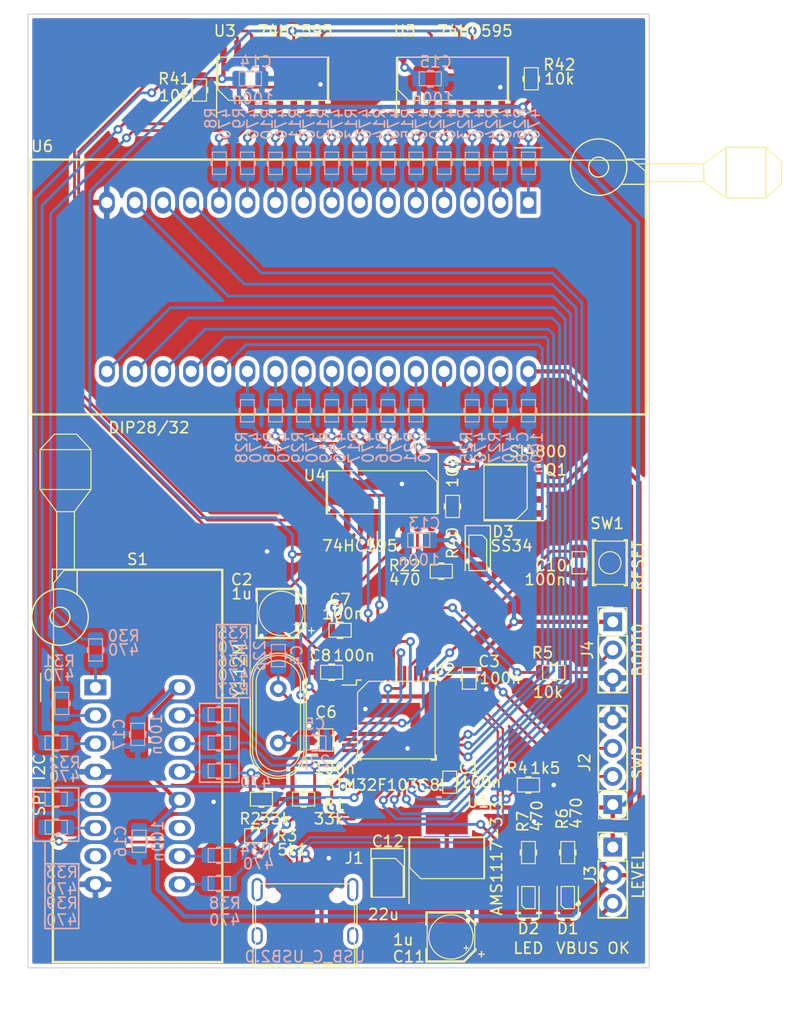
<source format=kicad_pcb>
(kicad_pcb (version 20211014) (generator pcbnew)
  (layers (0 "F.Cu" signal) (31 "B.Cu" signal) (34 "B.Paste" user) (35 "F.Paste" user) (36 "B.SilkS" user "B.Silkscreen") (37 "F.SilkS" user "F.Silkscreen") (38 "B.Mask" user) (39 "F.Mask" user) (44 "Edge.Cuts" user))
  (net 0 "")
  (net 1 "+3.3VA")
  (net 2 "GND")
  (net 3 "HSE_OUT")
  (net 4 "HSE_IN")
  (net 5 "/NRST")
  (net 6 "+5V")
  (net 7 "VBUS")
  (net 8 "Net-(D1-Pad2)")
  (net 9 "Net-(D2-Pad2)")
  (net 10 "A14+VCC_28")
  (net 11 "A14")
  (net 12 "Net-(J1-PadA5)")
  (net 13 "USB_D+")
  (net 14 "USB_D-")
  (net 18 "SWDIO")
  (net 19 "SWCLK")
  (net 20 "SZE")
  (net 21 "SCL")
  (net 22 "SDA")
  (net 23 "/BOOT0")
  (net 24 "LED")
  (net 25 "A0")
  (net 26 "Net-(R8-Pad2)")
  (net 27 "A1")
  (net 28 "Net-(D3-Pad2)")
  (net 29 "A2")
  (net 30 "Net-(R9-Pad2)")
  (net 31 "A3")
  (net 32 "Net-(R10-Pad2)")
  (net 33 "A4")
  (net 34 "Net-(R11-Pad2)")
  (net 35 "A5")
  (net 36 "Net-(R12-Pad2)")
  (net 37 "A6")
  (net 38 "Net-(R13-Pad2)")
  (net 39 "A7")
  (net 40 "Net-(R14-Pad2)")
  (net 41 "A8")
  (net 42 "Net-(R15-Pad2)")
  (net 43 "A9")
  (net 44 "Net-(R16-Pad2)")
  (net 45 "A10")
  (net 46 "Net-(R17-Pad2)")
  (net 47 "A11")
  (net 48 "Net-(R18-Pad2)")
  (net 49 "A12")
  (net 50 "Net-(R19-Pad2)")
  (net 51 "A13+NWE")
  (net 52 "Net-(R20-Pad2)")
  (net 53 "Net-(R21-Pad2)")
  (net 54 "A15")
  (net 55 "Net-(R23-Pad2)")
  (net 56 "A16")
  (net 57 "Net-(R24-Pad2)")
  (net 58 "A17")
  (net 59 "Net-(R25-Pad2)")
  (net 60 "A18")
  (net 61 "Net-(R26-Pad2)")
  (net 62 "A19")
  (net 63 "Net-(R27-Pad2)")
  (net 64 "NCE")
  (net 65 "Net-(R28-Pad2)")
  (net 66 "NOE")
  (net 67 "Net-(R29-Pad2)")
  (net 68 "I2C_A0")
  (net 69 "Net-(R30-Pad2)")
  (net 70 "I2C_A1")
  (net 71 "Net-(R31-Pad2)")
  (net 72 "I2C_A2")
  (net 73 "Net-(R32-Pad2)")
  (net 74 "NSS")
  (net 75 "Net-(R33-Pad2)")
  (net 76 "SCK")
  (net 77 "Net-(R34-Pad2)")
  (net 78 "Net-(R35-Pad1)")
  (net 79 "WP")
  (net 80 "Net-(R36-Pad1)")
  (net 81 "Net-(R37-Pad1)")
  (net 82 "Net-(R38-Pad1)")
  (net 83 "MOSI")
  (net 84 "Net-(R39-Pad1)")
  (net 85 "MISO")
  (net 88 "ADATA")
  (net 89 "ACLK")
  (net 93 "/D0")
  (net 94 "/D1")
  (net 95 "/D2")
  (net 96 "/D3")
  (net 97 "/D4")
  (net 98 "/D5")
  (net 99 "/D6")
  (net 100 "/D7")
  (net 107 "Net-(J4-Pad2)")
  (net 108 "SO1")
  (net 109 "SO2")
  (net 110 "ACT")
  (net 111 "Net-(R40-Pad2)")
  (net 112 "Net-(R41-Pad2)")
  (net 113 "Net-(R42-Pad2)")
  (net 114 "AST")
  (footprint "Resistor_SMD:R_0805_2012Metric_Pad1.20x1.40mm_HandSolder" (layer "F.Cu") (at 213.868 126.238 180)
    (fp_text reference "R4")
    (fp_text value "1k5")
  )
  (footprint "Resistor_SMD:R_0805_2012Metric_Pad1.20x1.40mm_HandSolder" (layer "F.Cu") (at 207.01 101.092 90)
    (fp_text reference "R40")
    (fp_text value "10k")
  )
  (footprint "Capacitor_SMD:C_0805_2012Metric_Pad1.18x1.45mm_HandSolder" (layer "F.Cu") (at 196.85 112.268)
    (fp_text reference "C7")
    (fp_text value "100n")
  )
  (footprint "Resistor_SMD:R_0805_2012Metric_Pad1.20x1.40mm_HandSolder" (layer "F.Cu") (at 184.15 63.5 -90)
    (fp_text reference "R41")
    (fp_text value "10k")
  )
  (footprint "Capacitor_SMD:C_0805_2012Metric_Pad1.18x1.45mm_HandSolder" (layer "F.Cu") (at 218.44 106.172 90)
    (fp_text reference "C10")
    (fp_text value "100n")
  )
  (footprint "Diode_SMD:D_1206_3216Metric_Pad1.42x1.75mm_HandSolder" (layer "F.Cu") (at 209.296 105.283 -90)
    (fp_text reference "D3")
    (fp_text value "SS34")
  )
  (footprint "Resistor_SMD:R_0805_2012Metric_Pad1.20x1.40mm_HandSolder" (layer "F.Cu") (at 193.548 127.508 180)
    (fp_text reference "R1")
    (fp_text value "33k")
  )
  (footprint "Capacitor_SMD:C_0805_2012Metric_Pad1.18x1.45mm_HandSolder" (layer "F.Cu") (at 208.519 116.586 -90)
    (fp_text reference "C3")
    (fp_text value "100n")
  )
  (footprint "Resistor_SMD:R_0805_2012Metric_Pad1.20x1.40mm_HandSolder" (layer "F.Cu") (at 205.994 106.934)
    (fp_text reference "R22")
    (fp_text value "470")
  )
  (footprint "Resistor_SMD:R_0805_2012Metric_Pad1.20x1.40mm_HandSolder" (layer "F.Cu") (at 213.868 132.334 -90)
    (fp_text reference "R7")
    (fp_text value "470")
  )
  (footprint "Crystal:Crystal_HC18-U_Vertical" (layer "F.Cu") (at 191.262 117.5435 -90)
    (fp_text reference "Y1")
    (fp_text value "12M")
  )
  (footprint "Connector_USB:USB_C_Receptacle_HRO_TYPE-C-31-M-12" (layer "F.Cu") (at 193.675 138.811)
    (fp_text reference "J1")
    (fp_text value "USB_C_USB2.0")
  )
  (footprint "Capacitor_Tantalum_SMD:CP_EIA-3528-12_Kemet-T_Pad1.50x2.35mm_HandSolder" (layer "F.Cu") (at 201.154 134.62 -90)
    (fp_text reference "C12")
    (fp_text value "22u")
  )
  (footprint "LED_SMD:LED_0805_2012Metric_Pad1.15x1.40mm_HandSolder" (layer "F.Cu") (at 213.868 136.398 90)
    (fp_text reference "D2")
    (fp_text value "LED")
  )
  (footprint "Resistor_SMD:R_0805_2012Metric_Pad1.20x1.40mm_HandSolder" (layer "F.Cu") (at 214.122 62.484 90)
    (fp_text reference "R42")
    (fp_text value "10k")
  )
  (footprint "Package_SO:SOP-16_3.9x9.9mm_P1.27mm" (layer "F.Cu") (at 190.754 62.484 90)
    (fp_text reference "U3")
    (fp_text value "74HC595")
  )
  (footprint "Package_SO:SO-8_3.9x4.9mm_P1.27mm" (layer "F.Cu") (at 211.801 99.822 180)
    (fp_text reference "Q1")
    (fp_text value "SI4800")
  )
  (footprint "Package_QFP:LQFP-48_7x7mm_P0.5mm" (layer "F.Cu") (at 201.93 120.3745)
    (fp_text reference "U2")
    (fp_text value "STM32F103C8")
  )
  (footprint "Button_Switch_SMD:SW_Push_SPST_NO_Alps_SKRK" (layer "F.Cu") (at 221.234 106.172 90)
    (fp_text reference "SW1")
    (fp_text value "RESET")
  )
  (footprint "Package_SO:SOP-16_3.9x9.9mm_P1.27mm" (layer "F.Cu") (at 200.66 99.822 -90)
    (fp_text reference "U4")
    (fp_text value "74HC595")
  )
  (footprint "Resistor_SMD:R_0805_2012Metric_Pad1.20x1.40mm_HandSolder" (layer "F.Cu") (at 189.738 127.508)
    (fp_text reference "R2")
    (fp_text value "33k")
  )
  (footprint "Capacitor_SMD:C_0805_2012Metric_Pad1.18x1.45mm_HandSolder" (layer "F.Cu") (at 196.088 116.0565 180)
    (fp_text reference "C8")
    (fp_text value "100n")
  )
  (footprint "Socket:DIP_Socket-16_W4.3_W5.08_W7.62_W10.16_W10.9_3M_216-3340-00-0602J" (layer "F.Cu") (at 174.7375 117.424)
    (fp_text reference "S1")
    (fp_text value "SPI I2C")
  )
  (footprint "Capacitor_SMD:C_0805_2012Metric_Pad1.18x1.45mm_HandSolder" (layer "F.Cu") (at 195.58 122.174 90)
    (fp_text reference "C6")
    (fp_text value "100n")
  )
  (footprint "Capacitor_SMD:CP_Elec_4x4.5" (layer "F.Cu") (at 206.869 139.954 180)
    (fp_text reference "C11")
    (fp_text value "1u")
  )
  (footprint "LED_SMD:LED_0805_2012Metric_Pad1.15x1.40mm_HandSolder" (layer "F.Cu") (at 217.424 136.398 90)
    (fp_text reference "D1")
    (fp_text value "VBUS OK")
  )
  (footprint "Connector_PinHeader_2.54mm:PinHeader_1x03_P2.54mm_Vertical" (layer "F.Cu") (at 221.488 131.841)
    (fp_text reference "J3")
    (fp_text value "LEVEL")
  )
  (footprint "Connector_PinHeader_2.54mm:PinHeader_1x03_P2.54mm_Vertical" (layer "F.Cu") (at 221.488 111.506)
    (fp_text reference "J4")
    (fp_text value "BOOT0")
  )
  (footprint "Resistor_SMD:R_0805_2012Metric_Pad1.20x1.40mm_HandSolder" (layer "F.Cu") (at 217.424 132.334 -90)
    (fp_text reference "R6")
    (fp_text value "470")
  )
  (footprint "Package_SO:SOP-16_3.9x9.9mm_P1.27mm" (layer "F.Cu") (at 207.01 62.484 90)
    (fp_text reference "U5")
    (fp_text value "74HC595")
  )
  (footprint "Resistor_SMD:R_0805_2012Metric_Pad1.20x1.40mm_HandSolder" (layer "F.Cu") (at 189.23 130.81)
    (fp_text reference "R3")
    (fp_text value "5k1")
  )
  (footprint "Capacitor_SMD:CP_Elec_4x4.5" (layer "F.Cu") (at 191.516 110.744 180)
    (fp_text reference "C2")
    (fp_text value "1u")
  )
  (footprint "Resistor_SMD:R_0805_2012Metric_Pad1.20x1.40mm_HandSolder" (layer "F.Cu") (at 216.154 116.078)
    (fp_text reference "R5")
    (fp_text value "10k")
  )
  (footprint "Socket:DIP_Socket-32_W11.9_W12.7_W15.24_W17.78_W18.5_3M_232-1285-00-0602J" (layer "F.Cu") (at 213.868 73.66 -90)
    (fp_text reference "U6")
    (fp_text value "DIP28/32")
  )
  (footprint "Package_TO_SOT_SMD:SOT-223-3_TabPin2" (layer "F.Cu") (at 206.488 132.842 90)
    (fp_text reference "U1")
    (fp_text value "AMS1117-3.3")
  )
  (footprint "Capacitor_SMD:C_0805_2012Metric_Pad1.18x1.45mm_HandSolder" (layer "F.Cu") (at 206.756 125.984 -90)
    (fp_text reference "C1")
    (fp_text value "100n")
  )
  (footprint "Connector_PinHeader_2.54mm:PinHeader_1x04_P2.54mm_Vertical" (layer "F.Cu") (at 221.488 128.006 180)
    (fp_text reference "J2")
    (fp_text value "SWD")
  )
  (footprint "Resistor_SMD:R_0805_2012Metric_Pad1.20x1.40mm_HandSolder" (layer "B.Cu") (at 185.928 124.968)
    (fp_text reference "R37")
    (fp_text value "470")
  )
  (footprint "Capacitor_SMD:C_0805_2012Metric_Pad1.18x1.45mm_HandSolder" (layer "B.Cu") (at 188.7435 62.484)
    (fp_text reference "C14")
    (fp_text value "100n")
  )
  (footprint "Resistor_SMD:R_0805_2012Metric_Pad1.20x1.40mm_HandSolder" (layer "B.Cu") (at 206.248 70.104 -90)
    (fp_text reference "R20")
    (fp_text value "470")
  )
  (footprint "Capacitor_SMD:C_0805_2012Metric_Pad1.18x1.45mm_HandSolder" (layer "B.Cu") (at 178.689 131.318 -90)
    (fp_text reference "C16")
    (fp_text value "100n")
  )
  (footprint "Resistor_SMD:R_0805_2012Metric_Pad1.20x1.40mm_HandSolder" (layer "B.Cu") (at 208.788 92.456 90)
    (fp_text reference "R25")
    (fp_text value "470")
  )
  (footprint "Resistor_SMD:R_0805_2012Metric_Pad1.20x1.40mm_HandSolder" (layer "B.Cu") (at 185.928 122.428)
    (fp_text reference "R36")
    (fp_text value "470")
  )
  (footprint "Resistor_SMD:R_0805_2012Metric_Pad1.20x1.40mm_HandSolder" (layer "B.Cu") (at 185.928 119.888)
    (fp_text reference "R35")
    (fp_text value "470")
  )
  (footprint "Resistor_SMD:R_0805_2012Metric_Pad1.20x1.40mm_HandSolder" (layer "B.Cu") (at 196.088 92.456 90)
    (fp_text reference "R19")
    (fp_text value "470")
  )
  (footprint "Capacitor_SMD:C_0805_2012Metric_Pad1.18x1.45mm_HandSolder" (layer "B.Cu") (at 194.564 122.428 180)
    (fp_text reference "C5")
    (fp_text value "22p")
  )
  (footprint "Resistor_SMD:R_0805_2012Metric_Pad1.20x1.40mm_HandSolder" (layer "B.Cu") (at 201.168 70.104 -90)
    (fp_text reference "R14")
    (fp_text value "470")
  )
  (footprint "Resistor_SMD:R_0805_2012Metric_Pad1.20x1.40mm_HandSolder" (layer "B.Cu") (at 171.196 130.048 180)
    (fp_text reference "R39")
    (fp_text value "470")
  )
  (footprint "Resistor_SMD:R_0805_2012Metric_Pad1.20x1.40mm_HandSolder" (layer "B.Cu") (at 198.628 70.104 -90)
    (fp_text reference "R13")
    (fp_text value "470")
  )
  (footprint "Resistor_SMD:R_0805_2012Metric_Pad1.20x1.40mm_HandSolder" (layer "B.Cu") (at 188.468 70.104 -90)
    (fp_text reference "R9")
    (fp_text value "470")
  )
  (footprint "Resistor_SMD:R_0805_2012Metric_Pad1.20x1.40mm_HandSolder" (layer "B.Cu") (at 203.708 92.456 90)
    (fp_text reference "R21")
    (fp_text value "470")
  )
  (footprint "Resistor_SMD:R_0805_2012Metric_Pad1.20x1.40mm_HandSolder" (layer "B.Cu") (at 196.088 70.104 -90)
    (fp_text reference "R12")
    (fp_text value "470")
  )
  (footprint "Capacitor_SMD:C_0805_2012Metric_Pad1.18x1.45mm_HandSolder" (layer "B.Cu") (at 203.962 104.14 180)
    (fp_text reference "C13")
    (fp_text value "100n")
  )
  (footprint "Resistor_SMD:R_0805_2012Metric_Pad1.20x1.40mm_HandSolder" (layer "B.Cu") (at 188.468 92.456 90)
    (fp_text reference "R28")
    (fp_text value "470")
  )
  (footprint "Resistor_SMD:R_0805_2012Metric_Pad1.20x1.40mm_HandSolder" (layer "B.Cu") (at 171.196 122.428)
    (fp_text reference "R32")
    (fp_text value "470")
  )
  (footprint "Capacitor_SMD:C_0805_2012Metric_Pad1.18x1.45mm_HandSolder" (layer "B.Cu") (at 178.562 121.666 -90)
    (fp_text reference "C17")
    (fp_text value "100n")
  )
  (footprint "Resistor_SMD:R_0805_2012Metric_Pad1.20x1.40mm_HandSolder" (layer "B.Cu") (at 193.548 92.456 90)
    (fp_text reference "R29")
    (fp_text value "470")
  )
  (footprint "Resistor_SMD:R_0805_2012Metric_Pad1.20x1.40mm_HandSolder" (layer "B.Cu") (at 203.708 70.104 -90)
    (fp_text reference "R15")
    (fp_text value "470")
  )
  (footprint "Resistor_SMD:R_0805_2012Metric_Pad1.20x1.40mm_HandSolder" (layer "B.Cu") (at 193.548 70.104 -90)
    (fp_text reference "R11")
    (fp_text value "470")
  )
  (footprint "Resistor_SMD:R_0805_2012Metric_Pad1.20x1.40mm_HandSolder" (layer "B.Cu") (at 191.008 70.12 -90)
    (fp_text reference "R10")
    (fp_text value "470")
  )
  (footprint "Resistor_SMD:R_0805_2012Metric_Pad1.20x1.40mm_HandSolder" (layer "B.Cu") (at 185.928 132.588 180)
    (fp_text reference "R34")
    (fp_text value "470")
  )
  (footprint "Resistor_SMD:R_0805_2012Metric_Pad1.20x1.40mm_HandSolder" (layer "B.Cu") (at 191.008 92.456 90)
    (fp_text reference "R18")
    (fp_text value "470")
  )
  (footprint "Resistor_SMD:R_0805_2012Metric_Pad1.20x1.40mm_HandSolder" (layer "B.Cu") (at 211.328 92.456 90)
    (fp_text reference "R27")
    (fp_text value "470")
  )
  (footprint "Resistor_SMD:R_0805_2012Metric_Pad1.20x1.40mm_HandSolder" (layer "B.Cu") (at 174.752 114.046 -90)
    (fp_text reference "R30")
    (fp_text value "470")
  )
  (footprint "Capacitor_SMD:C_0805_2012Metric_Pad1.18x1.45mm_HandSolder" (layer "B.Cu") (at 204.9995 62.484)
    (fp_text reference "C15")
    (fp_text value "100n")
  )
  (footprint "Resistor_SMD:R_0805_2012Metric_Pad1.20x1.40mm_HandSolder" (layer "B.Cu") (at 185.928 70.104 -90)
    (fp_text reference "R8")
    (fp_text value "470")
  )
  (footprint "Resistor_SMD:R_0805_2012Metric_Pad1.20x1.40mm_HandSolder" (layer "B.Cu") (at 171.704 118.872 -90)
    (fp_text reference "R31")
    (fp_text value "470")
  )
  (footprint "Capacitor_SMD:C_0805_2012Metric_Pad1.18x1.45mm_HandSolder" (layer "B.Cu") (at 213.868 92.456 -90)
    (fp_text reference "C18")
    (fp_text value "100n")
  )
  (footprint "Resistor_SMD:R_0805_2012Metric_Pad1.20x1.40mm_HandSolder" (layer "B.Cu") (at 198.628 92.456 90)
    (fp_text reference "R17")
    (fp_text value "470")
  )
  (footprint "Resistor_SMD:R_0805_2012Metric_Pad1.20x1.40mm_HandSolder" (layer "B.Cu") (at 208.788 70.12 -90)
    (fp_text reference "R23")
    (fp_text value "470")
  )
  (footprint "Resistor_SMD:R_0805_2012Metric_Pad1.20x1.40mm_HandSolder" (layer "B.Cu") (at 171.196 127.508)
    (fp_text reference "R33")
    (fp_text value "470")
  )
  (footprint "Capacitor_SMD:C_0805_2012Metric_Pad1.18x1.45mm_HandSolder" (layer "B.Cu") (at 191.262 114.554 90)
    (fp_text reference "C4")
    (fp_text value "22p")
  )
  (footprint "Resistor_SMD:R_0805_2012Metric_Pad1.20x1.40mm_HandSolder" (layer "B.Cu") (at 201.168 92.456 90)
    (fp_text reference "R16")
    (fp_text value "470")
  )
  (footprint "Resistor_SMD:R_0805_2012Metric_Pad1.20x1.40mm_HandSolder" (layer "B.Cu") (at 213.868 70.104 -90)
    (fp_text reference "R26")
    (fp_text value "470")
  )
  (footprint "Resistor_SMD:R_0805_2012Metric_Pad1.20x1.40mm_HandSolder" (layer "B.Cu") (at 211.328 70.104 -90)
    (fp_text reference "R24")
    (fp_text value "470")
  )
  (footprint "Resistor_SMD:R_0805_2012Metric_Pad1.20x1.40mm_HandSolder" (layer "B.Cu") (at 185.928 135.128)
    (fp_text reference "R38")
    (fp_text value "470")
  )
  (gr_line (start 187.706 118.872) (end 187.706 118.364) (layer "B.SilkS") (width 0.15))
  (gr_rect (start 170.18 133.35) (end 173.228 139.192) (layer "B.SilkS") (width 0.15) (fill none))
  (gr_rect (start 169.164 126.492) (end 173.228 131.318) (layer "B.SilkS") (width 0.15) (fill none))
  (gr_rect (start 185.674 111.76) (end 188.722 118.364) (layer "B.SilkS") (width 0.15) (fill none))
  (gr_rect (start 184.15 118.872) (end 187.706 125.984) (layer "B.SilkS") (width 0.15) (fill none))
  (gr_line (start 170.18 133.35) (end 170.18 131.318) (layer "B.SilkS") (width 0.15))
  (gr_rect (start 168.656 142.748) (end 224.79 56.642) (layer "Edge.Cuts") (width 0.1) (fill none))
  (segment (start 207.546559 115.5485) (end 208.519 115.5485) (width 0.381) (layer "F.Cu") (net 1))
  (segment (start 204.68 124.537) (end 204.68 121.622) (width 0.381) (layer "F.Cu") (net 1))
  (segment (start 208.788 128.27) (end 214.884 128.27) (width 0.381) (layer "F.Cu") (net 1))
  (segment (start 192.548 127.508) (end 192.548 124.444) (width 0.381) (layer "F.Cu") (net 1))
  (segment (start 205.105 102.322) (end 206.78 102.322) (width 0.381) (layer "F.Cu") (net 1))
  (segment (start 195.8125 111.2305) (end 195.8125 112.268) (width 0.381) (layer "F.Cu") (net 1))
  (segment (start 208.519 115.5485) (end 212.5615 111.506) (width 0.381) (layer "F.Cu") (net 1))
  (segment (start 204.68 121.622) (end 204.68 118.2451) (width 0.381) (layer "F.Cu") (net 1))
  (segment (start 195.326 110.744) (end 195.8125 111.2305) (width 0.381) (layer "F.Cu") (net 1))
  (segment (start 195.58 122.428) (end 195.834 122.174) (width 0.381) (layer "F.Cu") (net 1))
  (segment (start 205.3006 117.6245) (end 206.0925 117.6245) (width 0.381) (layer "F.Cu") (net 1))
  (segment (start 195.58 123.2115) (end 195.58 122.428) (width 0.381) (layer "F.Cu") (net 1))
  (segment (start 184.15 62.5) (end 186.166 62.5) (width 0.381) (layer "F.Cu") (net 1))
  (segment (start 199.18 115.614) (end 195.834 112.268) (width 0.381) (layer "F.Cu") (net 1))
  (segment (start 206.0925 117.6245) (end 206.0925 116.9955) (width 0.381) (layer "F.Cu") (net 1))
  (segment (start 197.7675 117.6245) (end 197.7675 116.6985) (width 0.381) (layer "F.Cu") (net 1))
  (segment (start 198.6055 117.6245) (end 198.882 117.348) (width 0.381) (layer "F.Cu") (net 1))
  (segment (start 197.7675 121.6245) (end 204.6775 121.6245) (width 0.381) (layer "F.Cu") (net 1))
  (segment (start 207.01 102.092) (end 207.01 104.14) (width 0.381) (layer "F.Cu") (net 1))
  (segment (start 190.738 127.508) (end 192.548 127.508) (width 0.381) (layer "F.Cu") (net 1))
  (segment (start 204.68 118.2451) (end 205.3006 117.6245) (width 0.381) (layer "F.Cu") (net 1))
  (segment (start 206.502 124.9465) (end 205.0895 124.9465) (width 0.381) (layer "F.Cu") (net 1))
  (segment (start 192.548 124.444) (end 193.7805 123.2115) (width 0.381) (layer "F.Cu") (net 1))
  (segment (start 199.18 117.05) (end 199.18 116.212) (width 0.381) (layer "F.Cu") (net 1))
  (segment (start 214.868 126.238) (end 214.868 128.254) (width 0.381) (layer "F.Cu") (net 1))
  (segment (start 206.488 135.992) (end 206.488 129.692) (width 0.381) (layer "F.Cu") (net 1))
  (segment (start 202.565 61.341) (end 202.692 61.468) (width 0.381) (layer "F.Cu") (net 1))
  (segment (start 198.882 117.348) (end 199.18 117.05) (width 0.381) (layer "F.Cu") (net 1))
  (segment (start 221.488 131.841) (end 221.488 128.006) (width 0.381) (layer "F.Cu") (net 1))
  (segment (start 196.8915 121.6245) (end 197.7675 121.6245) (width 0.381) (layer "F.Cu") (net 1))
  (segment (start 193.316 110.744) (end 195.326 110.744) (width 0.381) (layer "F.Cu") (net 1))
  (segment (start 204.68 118.2451) (end 199.7791 118.2451) (width 0.381) (layer "F.Cu") (net 1))
  (segment (start 212.5615 111.506) (end 221.488 111.506) (width 0.381) (layer "F.Cu") (net 1))
  (segment (start 195.834 122.174) (end 196.342 122.174) (width 0.381) (layer "F.Cu") (net 1))
  (segment (start 202.565 59.984) (end 202.565 61.341) (width 0.381) (layer "F.Cu") (net 1))
  (segment (start 214.868 128.254) (end 214.884 128.27) (width 0.381) (layer "F.Cu") (net 1))
  (segment (start 205.0895 124.9465) (end 204.68 124.537) (width 0.381) (layer "F.Cu") (net 1))
  (segment (start 206.099559 116.9955) (end 207.546559 115.5485) (width 0.381) (layer "F.Cu") (net 1))
  (segment (start 214.122 64.262) (end 213.36 65.024) (width 0.381) (layer "F.Cu") (net 1))
  (segment (start 206.502 124.9465) (end 208.0045 124.9465) (width 0.381) (layer "F.Cu") (net 1))
  (segment (start 197.7675 117.6245) (end 198.6055 117.6245) (width 0.381) (layer "F.Cu") (net 1))
  (segment (start 196.342 122.174) (end 196.8915 121.6245) (width 0.381) (layer "F.Cu") (net 1))
  (segment (start 204.6775 121.6245) (end 204.68 121.622) (width 0.381) (layer "F.Cu") (net 1))
  (segment (start 199.7791 118.2451) (end 198.882 117.348) (width 0.381) (layer "F.Cu") (net 1))
  (segment (start 214.122 63.484) (end 214.122 64.262) (width 0.381) (layer "F.Cu") (net 1))
  (segment (start 186.166 62.5) (end 186.182 62.484) (width 0.381) (layer "F.Cu") (net 1))
  (segment (start 208.788 125.73) (end 208.788 128.27) (width 0.381) (layer "F.Cu") (net 1))
  (segment (start 197.7675 116.6985) (end 197.1255 116.0565) (width 0.381) (layer "F.Cu") (net 1))
  (segment (start 206.0925 116.9955) (end 206.099559 116.9955) (width 0.381) (layer "F.Cu") (net 1))
  (segment (start 208.788 128.27) (end 207.366 129.692) (width 0.381) (layer "F.Cu") (net 1))
  (segment (start 201.154 132.995) (end 206.462 132.995) (width 0.381) (layer "F.Cu") (net 1))
  (segment (start 193.7805 123.2115) (end 195.58 123.2115) (width 0.381) (layer "F.Cu") (net 1))
  (segment (start 186.309 62.357) (end 186.182 62.484) (width 0.381) (layer "F.Cu") (net 1))
  (segment (start 186.309 59.984) (end 186.309 62.357) (width 0.381) (layer "F.Cu") (net 1))
  (segment (start 199.18 116.212) (end 199.18 115.614) (width 0.381) (layer "F.Cu") (net 1))
  (segment (start 221.224 128.27) (end 214.884 128.27) (width 0.381) (layer "F.Cu") (net 1))
  (segment (start 208.0045 124.9465) (end 208.788 125.73) (width 0.381) (layer "F.Cu") (net 1))
  (via (at 213.36 65.024) (size 0.8128) (drill 0.4064) (layers "F.Cu" "B.Cu") (net 1))
  (via (at 202.692 61.468) (size 0.8128) (drill 0.4064) (layers "F.Cu" "B.Cu") (net 1))
  (via (at 207.01 104.14) (size 0.8128) (drill 0.4064) (layers "F.Cu" "B.Cu") (net 1))
  (via (at 186.182 62.484) (size 0.8128) (drill 0.4064) (layers "F.Cu" "B.Cu") (net 1))
  (via (at 212.5615 111.506) (size 0.8128) (drill 0.4064) (layers "F.Cu" "B.Cu") (net 1))
  (segment (start 188.722 65.024) (end 187.706 64.008) (width 0.381) (layer "B.Cu") (net 1))
  (segment (start 221.488 128.006) (end 222.514 128.006) (width 0.381) (layer "B.Cu") (net 1))
  (segment (start 202.692 61.468) (end 202.946 61.468) (width 0.381) (layer "B.Cu") (net 1))
  (segment (start 202.946 61.468) (end 203.962 62.484) (width 0.381) (layer "B.Cu") (net 1))
  (segment (start 204.9995 104.14) (end 207.01 104.14) (width 0.381) (layer "B.Cu") (net 1))
  (segment (start 203.962 62.484) (end 203.962 65.024) (width 0.381) (layer "B.Cu") (net 1))
  (segment (start 203.962 65.024) (end 188.722 65.024) (width 0.381) (layer "B.Cu") (net 1))
  (segment (start 187.706 64.008) (end 187.706 62.484) (width 0.381) (layer "B.Cu") (net 1))
  (segment (start 223.774 126.746) (end 223.774 75.438) (width 0.381) (layer "B.Cu") (net 1))
  (segment (start 187.706 62.484) (end 186.182 62.484) (width 0.381) (layer "B.Cu") (net 1))
  (segment (start 222.514 128.006) (end 223.774 126.746) (width 0.381) (layer "B.Cu") (net 1))
  (segment (start 223.774 75.438) (end 213.36 65.024) (width 0.381) (layer "B.Cu") (net 1))
  (segment (start 213.36 65.024) (end 203.962 65.024) (width 0.381) (layer "B.Cu") (net 1))
  (segment (start 212.5615 109.6915) (end 212.5615 111.506) (width 0.381) (layer "B.Cu") (net 1))
  (segment (start 207.01 104.14) (end 212.5615 109.6915) (width 0.381) (layer "B.Cu") (net 1))
  (segment (start 206.502 127.0215) (end 205.8726 127.0215) (width 0.381) (layer "F.Cu") (net 2))
  (segment (start 199.68752 115.403778) (end 199.68752 116.212) (width 0.381) (layer "F.Cu") (net 2))
  (segment (start 207.74998 118.13202) (end 206.0925 118.13202) (width 0.381) (layer "F.Cu") (net 2))
  (segment (start 205.8726 127.0215) (end 204.17248 125.32138) (width 0.381) (layer "F.Cu") (net 2))
  (segment (start 204.17248 125.32138) (end 204.17248 124.537) (width 0.381) (layer "F.Cu") (net 2))
  (segment (start 197.8875 113.603758) (end 199.68752 115.403778) (width 0.381) (layer "F.Cu") (net 2))
  (segment (start 208.2585 117.6235) (end 207.74998 118.13202) (width 0.381) (layer "F.Cu") (net 2))
  (segment (start 197.8875 112.268) (end 197.8875 113.603758) (width 0.381) (layer "F.Cu") (net 2))
  (segment (start 195.59952 121.11698) (end 197.7675 121.11698) (width 0.381) (layer "F.Cu") (net 2))
  (via (at 214.376 129.54) (size 0.8128) (drill 0.4064) (layers "F.Cu" "B.Cu") (net 2))
  (via (at 194.056 120.904) (size 0.8128) (drill 0.4064) (layers "F.Cu" "B.Cu") (net 2))
  (via (at 213.614 96.012) (size 0.8128) (drill 0.4064) (layers "F.Cu" "B.Cu") (net 2))
  (via (at 195.072 62.992) (size 0.8128) (drill 0.4064) (layers "F.Cu" "B.Cu") (net 2))
  (via (at 211.328 63.246) (size 0.8128) (drill 0.4064) (layers "F.Cu" "B.Cu") (net 2))
  (via (at 202.946 122.936) (size 0.8128) (drill 0.4064) (layers "F.Cu" "B.Cu") (net 2))
  (via (at 195.834 132.842) (size 0.8128) (drill 0.4064) (layers "F.Cu" "B.Cu") (net 2))
  (via (at 189.738 112.776) (size 0.8128) (drill 0.4064) (layers "F.Cu" "B.Cu") (net 2))
  (via (at 210.058 117.602) (size 0.8128) (drill 0.4064) (layers "F.Cu" "B.Cu") (net 2))
  (via (at 190.246 105.156) (size 0.8128) (drill 0.4064) (layers "F.Cu" "B.Cu") (net 2))
  (via (at 202.438 99.06) (size 0.8128) (drill 0.4064) (layers "F.Cu" "B.Cu") (net 2))
  (via (at 216.154 126.238) (size 0.8128) (drill 0.4064) (layers "F.Cu" "B.Cu") (net 2))
  (via (at 185.42 127.762) (size 0.8128) (drill 0.4064) (layers "F.Cu" "B.Cu") (net 2))
  (via (at 199.136 119.38) (size 0.8128) (drill 0.4064) (layers "F.Cu" "B.Cu") (net 2))
  (segment (start 193.343 119.6245) (end 191.262 117.5435) (width 0.254) (layer "F.Cu") (net 3))
  (segment (start 197.7675 119.6245) (end 193.343 119.6245) (width 0.254) (layer "F.Cu") (net 3))
  (segment (start 191.262 117.5435) (end 191.262 115.5915) (width 0.254) (layer "B.Cu") (net 3))
  (segment (start 197.7675 120.1245) (end 193.581 120.1245) (width 0.254) (layer "F.Cu") (net 4))
  (segment (start 193.581 120.1245) (end 191.262 122.4435) (width 0.254) (layer "F.Cu") (net 4))
  (segment (start 191.262 122.4435) (end 193.3625 122.4435) (width 0.254) (layer "B.Cu") (net 4))
  (segment (start 202.438 120.65) (end 197.793 120.65) (width 0.254) (layer "F.Cu") (net 5))
  (segment (start 218.44 105.1345) (end 220.4255 105.1345) (width 0.254) (layer "F.Cu") (net 5))
  (segment (start 218.44 105.1345) (end 215.9215 105.1345) (width 0.254) (layer "F.Cu") (net 5))
  (segment (start 220.4255 105.1345) (end 221.488 104.072) (width 0.254) (layer "F.Cu") (net 5))
  (segment (start 215.9215 105.1345) (end 206.756 114.3) (width 0.254) (layer "F.Cu") (net 5))
  (via (at 202.438 120.65) (size 0.8128) (drill 0.4064) (layers "F.Cu" "B.Cu") (net 5))
  (via (at 206.756 114.3) (size 0.8128) (drill 0.4064) (layers "F.Cu" "B.Cu") (net 5))
  (segment (start 204.367911 119.241845) (end 202.959756 120.65) (width 0.254) (layer "B.Cu") (net 5))
  (segment (start 206.756 114.3) (end 204.367911 116.688089) (width 0.254) (layer "B.Cu") (net 5))
  (segment (start 204.367911 116.688089) (end 204.367911 119.241845) (width 0.254) (layer "B.Cu") (net 5))
  (segment (start 202.959756 120.65) (end 202.438 120.65) (width 0.254) (layer "B.Cu") (net 5))
  (segment (start 208.788 139.835) (end 208.788 135.992) (width 0.381) (layer "F.Cu") (net 6))
  (segment (start 189.754 132.334) (end 190.5 132.334) (width 0.381) (layer "F.Cu") (net 6))
  (segment (start 191.225 134.766) (end 191.225 133.059) (width 0.381) (layer "F.Cu") (net 6))
  (segment (start 190.5 132.334) (end 191.225 133.059) (width 0.381) (layer "F.Cu") (net 6))
  (segment (start 191.225 134.766) (end 191.225 135.563439) (width 0.381) (layer "F.Cu") (net 6))
  (segment (start 195.170188 139.671188) (end 195.170188 136.518251) (width 0.381) (layer "F.Cu") (net 6))
  (segment (start 196.125 135.563439) (end 196.125 134.766) (width 0.381) (layer "F.Cu") (net 6))
  (segment (start 208.302 139.954) (end 206.651 141.605) (width 0.381) (layer "F.Cu") (net 6))
  (segment (start 218.455 139.954) (end 221.488 136.921) (width 0.381) (layer "F.Cu") (net 6))
  (segment (start 197.104 141.605) (end 195.170188 139.671188) (width 0.381) (layer "F.Cu") (net 6))
  (segment (start 191.225 135.563439) (end 192.179812 136.518251) (width 0.381) (layer "F.Cu") (net 6))
  (segment (start 206.651 141.605) (end 197.104 141.605) (width 0.381) (layer "F.Cu") (net 6))
  (segment (start 195.170188 136.518251) (end 196.125 135.563439) (width 0.381) (layer "F.Cu") (net 6))
  (segment (start 188.23 130.81) (end 189.754 132.334) (width 0.381) (layer "F.Cu") (net 6))
  (segment (start 208.302 139.954) (end 218.455 139.954) (width 0.381) (layer "F.Cu") (net 6))
  (segment (start 192.179812 136.518251) (end 195.170188 136.518251) (width 0.381) (layer "F.Cu") (net 6))
  (segment (start 217.424 131.334) (end 218.441 131.334) (width 0.381) (layer "F.Cu") (net 7))
  (segment (start 214.376 99.187) (end 217.043 99.187) (width 0.381) (layer "F.Cu") (net 7))
  (segment (start 220.599 95.631) (end 223.901 98.933) (width 0.381) (layer "F.Cu") (net 7))
  (segment (start 214.376 101.727) (end 214.376 99.187) (width 0.381) (layer "F.Cu") (net 7))
  (segment (start 180.086 119.6955) (end 182.3575 117.424) (width 0.381) (layer "F.Cu") (net 7))
  (segment (start 218.441 131.334) (end 221.488 134.381) (width 0.381) (layer "F.Cu") (net 7))
  (segment (start 217.424 88.9) (end 220.599 92.075) (width 0.381) (layer "F.Cu") (net 7))
  (segment (start 220.599 92.075) (end 220.599 95.631) (width 0.381) (layer "F.Cu") (net 7))
  (segment (start 223.901 133.477) (end 222.997 134.381) (width 0.381) (layer "F.Cu") (net 7))
  (segment (start 217.043 99.187) (end 220.599 95.631) (width 0.381) (layer "F.Cu") (net 7))
  (segment (start 222.997 134.381) (end 221.488 134.381) (width 0.381) (layer "F.Cu") (net 7))
  (segment (start 180.086 125.603) (end 180.086 119.6955) (width 0.381) (layer "F.Cu") (net 7))
  (segment (start 223.901 98.933) (end 223.901 133.477) (width 0.381) (layer "F.Cu") (net 7))
  (segment (start 213.868 88.9) (end 217.424 88.9) (width 0.381) (layer "F.Cu") (net 7))
  (segment (start 182.067 127.584) (end 180.086 125.603) (width 0.381) (layer "F.Cu") (net 7))
  (segment (start 178.689 130.2805) (end 180.3185 130.2805) (width 0.381) (layer "B.Cu") (net 7))
  (segment (start 180.34 135.636) (end 182.792011 138.088011) (width 0.381) (layer "B.Cu") (net 7))
  (segment (start 180.34 129.794) (end 180.34 130.302) (width 0.381) (layer "B.Cu") (net 7))
  (segment (start 213.868 91.4185) (end 213.868 88.9) (width 0.381) (layer "B.Cu") (net 7))
  (segment (start 180.34 130.302) (end 180.34 135.636) (width 0.381) (layer "B.Cu") (net 7))
  (segment (start 182.792011 138.088011) (end 217.780989 138.088011) (width 0.381) (layer "B.Cu") (net 7))
  (segment (start 217.780989 138.088011) (end 221.488 134.381) (width 0.381) (layer "B.Cu") (net 7))
  (segment (start 180.3185 130.2805) (end 180.34 130.302) (width 0.381) (layer "B.Cu") (net 7))
  (segment (start 181.7665 117.424) (end 178.562 120.6285) (width 0.381) (layer "B.Cu") (net 7))
  (segment (start 182.3575 127.7765) (end 180.34 129.794) (width 0.381) (layer "B.Cu") (net 7))
  (segment (start 217.424 135.373) (end 217.424 133.334) (width 0.254) (layer "F.Cu") (net 8))
  (segment (start 213.868 135.373) (end 213.868 133.334) (width 0.254) (layer "F.Cu") (net 9))
  (segment (start 209.296 103.7955) (end 209.296 97.987) (width 0.381) (layer "F.Cu") (net 10))
  (segment (start 209.226 97.917) (end 209.226 96.704) (width 0.381) (layer "F.Cu") (net 10))
  (segment (start 209.226 96.704) (end 206.248 93.726) (width 0.381) (layer "F.Cu") (net 10))
  (segment (start 206.248 93.726) (end 206.248 88.9) (width 0.381) (layer "F.Cu") (net 10))
  (segment (start 203.835 105.775) (end 204.994 106.934) (width 0.254) (layer "F.Cu") (net 11))
  (segment (start 203.835 102.322) (end 203.835 105.775) (width 0.254) (layer "F.Cu") (net 11))
  (segment (start 192.425 134.766) (end 192.425 133.14363) (width 0.254) (layer "F.Cu") (net 12))
  (segment (start 192.425 134.766) (end 192.425 135.745) (width 0.254) (layer "F.Cu") (net 12))
  (segment (start 192.425 135.745) (end 192.754231 136.074231) (width 0.254) (layer "F.Cu") (net 12))
  (segment (start 194.887769 136.074231) (end 195.425 135.537) (width 0.254) (layer "F.Cu") (net 12))
  (segment (start 192.754231 136.074231) (end 194.887769 136.074231) (width 0.254) (layer "F.Cu") (net 12))
  (segment (start 192.425 133.14363) (end 190.23 130.94863) (width 0.254) (layer "F.Cu") (net 12))
  (segment (start 195.425 135.537) (end 195.425 134.766) (width 0.254) (layer "F.Cu") (net 12))
  (segment (start 193.425 133.678499) (end 193.4036 133.657099) (width 0.2032) (layer "F.Cu") (net 13))
  (segment (start 212.868 126.5014) (end 211.8614 127.508) (width 0.2032) (layer "F.Cu") (net 13))
  (segment (start 194.425 134.766) (end 194.425 133.143574) (width 0.2032) (layer "F.Cu") (net 13))
  (segment (start 193.403601 132.731773) (end 193.7084 132.426974) (width 0.2032) (layer "F.Cu") (net 13))
  (segment (start 193.425 134.766) (end 193.425 133.678499) (width 0.2032) (layer "F.Cu") (net 13))
  (segment (start 211.8614 127.508) (end 211.556601 127.203201) (width 0.2032) (layer "F.Cu") (net 13))
  (segment (start 209.512189 119.145899) (end 206.113899 119.145899) (width 0.2032) (layer "F.Cu") (net 13))
  (segment (start 211.556601 127.203201) (end 211.556601 121.190311) (width 0.2032) (layer "F.Cu") (net 13))
  (segment (start 211.556601 121.190311) (end 209.512189 119.145899) (width 0.2032) (layer "F.Cu") (net 13))
  (segment (start 194.425 133.143574) (end 193.7084 132.426974) (width 0.2032) (layer "F.Cu") (net 13))
  (segment (start 193.4036 133.657099) (end 193.403601 132.731773) (width 0.2032) (layer "F.Cu") (net 13))
  (via (at 193.7084 132.426974) (size 0.8128) (drill 0.4064) (layers "F.Cu" "B.Cu") (net 13))
  (via (at 211.8614 127.508) (size 0.8128) (drill 0.4064) (layers "F.Cu" "B.Cu") (net 13))
  (segment (start 209.77169 131.4196) (end 211.556601 129.634689) (width 0.2032) (layer "B.Cu") (net 13))
  (segment (start 194.295553 131.4196) (end 209.77169 131.4196) (width 0.2032) (layer "B.Cu") (net 13))
  (segment (start 211.556601 127.812799) (end 211.8614 127.508) (width 0.2032) (layer "B.Cu") (net 13))
  (segment (start 193.7084 132.426974) (end 193.7084 132.006753) (width 0.2032) (layer "B.Cu") (net 13))
  (segment (start 211.556601 129.634689) (end 211.556601 127.812799) (width 0.2032) (layer "B.Cu") (net 13))
  (segment (start 193.7084 132.006753) (end 194.295553 131.4196) (width 0.2032) (layer "B.Cu") (net 13))
  (segment (start 192.946399 132.731773) (end 192.6416 132.426974) (width 0.2032) (layer "F.Cu") (net 14))
  (segment (start 192.925 133.678499) (end 192.9464 133.657099) (width 0.2032) (layer "F.Cu") (net 14))
  (segment (start 193.803111 135.719111) (end 193.046889 135.719111) (width 0.2032) (layer "F.Cu") (net 14))
  (segment (start 211.099399 127.203201) (end 211.099399 121.379689) (width 0.2032) (layer "F.Cu") (net 14))
  (segment (start 211.099399 121.379689) (end 209.322811 119.603101) (width 0.2032) (layer "F.Cu") (net 14))
  (segment (start 193.925 134.766) (end 193.925 135.597222) (width 0.2032) (layer "F.Cu") (net 14))
  (segment (start 192.9464 133.657099) (end 192.946399 132.731773) (width 0.2032) (layer "F.Cu") (net 14))
  (segment (start 209.322811 119.603101) (end 206.113899 119.603101) (width 0.2032) (layer "F.Cu") (net 14))
  (segment (start 210.7946 127.508) (end 211.099399 127.203201) (width 0.2032) (layer "F.Cu") (net 14))
  (segment (start 192.925 135.597222) (end 192.925 134.766) (width 0.2032) (layer "F.Cu") (net 14))
  (segment (start 193.925 135.597222) (end 193.803111 135.719111) (width 0.2032) (layer "F.Cu") (net 14))
  (segment (start 192.925 134.766) (end 192.925 133.678499) (width 0.2032) (layer "F.Cu") (net 14))
  (segment (start 193.046889 135.719111) (end 192.925 135.597222) (width 0.2032) (layer "F.Cu") (net 14))
  (via (at 192.6416 132.426974) (size 0.8128) (drill 0.4064) (layers "F.Cu" "B.Cu") (net 14))
  (via (at 210.7946 127.508) (size 0.8128) (drill 0.4064) (layers "F.Cu" "B.Cu") (net 14))
  (segment (start 211.099399 127.812799) (end 210.7946 127.508) (width 0.2032) (layer "B.Cu") (net 14))
  (segment (start 194.106174 130.9624) (end 209.58231 130.9624) (width 0.2032) (layer "B.Cu") (net 14))
  (segment (start 209.58231 130.9624) (end 211.099399 129.445311) (width 0.2032) (layer "B.Cu") (net 14))
  (segment (start 192.6416 132.426974) (end 194.106174 130.9624) (width 0.2032) (layer "B.Cu") (net 14))
  (segment (start 211.099399 129.445311) (end 211.099399 127.812799) (width 0.2032) (layer "B.Cu") (net 14))
  (segment (start 210.6995 118.6245) (end 217.551 125.476) (width 0.254) (layer "F.Cu") (net 18))
  (segment (start 217.561 125.466) (end 221.488 125.466) (width 0.254) (layer "F.Cu") (net 18))
  (segment (start 206.0925 118.6245) (end 210.6995 118.6245) (width 0.254) (layer "F.Cu") (net 18))
  (segment (start 217.551 125.476) (end 217.561 125.466) (width 0.254) (layer "F.Cu") (net 18))
  (segment (start 205.994 116.078) (end 204.814 116.078) (width 0.254) (layer "F.Cu") (net 19))
  (segment (start 204.814 116.078) (end 204.68 116.212) (width 0.254) (layer "F.Cu") (net 19))
  (segment (start 211.582 117.856) (end 216.652 122.926) (width 0.254) (layer "F.Cu") (net 19))
  (segment (start 221.488 122.926) (end 216.652 122.926) (width 0.254) (layer "F.Cu") (net 19))
  (via (at 211.582 117.856) (size 0.8128) (drill 0.4064) (layers "F.Cu" "B.Cu") (net 19))
  (via (at 205.994 116.078) (size 0.8128) (drill 0.4064) (layers "F.Cu" "B.Cu") (net 19))
  (segment (start 209.804 116.078) (end 205.994 116.078) (width 0.254) (layer "B.Cu") (net 19))
  (segment (start 211.582 117.856) (end 209.804 116.078) (width 0.254) (layer "B.Cu") (net 19))
  (segment (start 214.376 97.917) (end 213.233 97.917) (width 0.254) (layer "F.Cu") (net 20))
  (segment (start 204.008903 114.681) (end 203.18 115.509903) (width 0.254) (layer "F.Cu") (net 20))
  (segment (start 204.597 114.681) (end 211.709 107.569) (width 0.254) (layer "F.Cu") (net 20))
  (segment (start 203.18 115.509903) (end 203.18 116.212) (width 0.254) (layer "F.Cu") (net 20))
  (segment (start 213.233 97.917) (end 211.709 99.441) (width 0.254) (layer "F.Cu") (net 20))
  (segment (start 211.709 99.441) (end 211.709 107.569) (width 0.254) (layer "F.Cu") (net 20))
  (segment (start 204.008903 114.681) (end 204.597 114.681) (width 0.254) (layer "F.Cu") (net 20))
  (segment (start 194.548 124.5009) (end 194.564 124.4849) (width 0.254) (layer "F.Cu") (net 21))
  (segment (start 202.3399 114.3) (end 202.18 114.4599) (width 0.254) (layer "F.Cu") (net 21))
  (segment (start 202.18 114.4599) (end 202.18 116.212) (width 0.254) (layer "F.Cu") (net 21))
  (segment (start 194.548 127.508) (end 194.548 124.5009) (width 0.254) (layer "F.Cu") (net 21))
  (via (at 194.564 124.4849) (size 0.8128) (drill 0.4064) (layers "F.Cu" "B.Cu") (net 21))
  (via (at 202.3399 114.3) (size 0.8128) (drill 0.4064) (layers "F.Cu" "B.Cu") (net 21))
  (segment (start 188.595 122.428) (end 190.627 124.46) (width 0.254) (layer "B.Cu") (net 21))
  (segment (start 196.469 124.46) (end 202.3399 118.5891) (width 0.254) (layer "B.Cu") (net 21))
  (segment (start 190.627 124.46) (end 196.469 124.46) (width 0.254) (layer "B.Cu") (net 21))
  (segment (start 186.928 122.428) (end 188.595 122.428) (width 0.254) (layer "B.Cu") (net 21))
  (segment (start 202.3399 118.5891) (end 202.3399 114.3) (width 0.254) (layer "B.Cu") (net 21))
  (segment (start 201.68 116.212) (end 201.68 113.788) (width 0.254) (layer "F.Cu") (net 22))
  (segment (start 188.738 127.508) (end 188.738 125.206) (width 0.254) (layer "F.Cu") (net 22))
  (segment (start 188.738 125.206) (end 188.799189 125.144811) (width 0.254) (layer "F.Cu") (net 22))
  (segment (start 201.68 113.788) (end 202.184 113.284) (width 0.254) (layer "F.Cu") (net 22))
  (segment (start 202.184 113.284) (end 202.946 113.284) (width 0.254) (layer "F.Cu") (net 22))
  (segment (start 202.946 113.284) (end 203.2 113.284) (width 0.254) (layer "F.Cu") (net 22))
  (via (at 188.799189 125.144811) (size 0.8128) (drill 0.4064) (layers "F.Cu" "B.Cu") (net 22))
  (via (at 203.2 113.284) (size 0.8128) (drill 0.4064) (layers "F.Cu" "B.Cu") (net 22))
  (segment (start 203.2 118.618) (end 196.673189 125.144811) (width 0.254) (layer "B.Cu") (net 22))
  (segment (start 188.799189 125.144811) (end 187.104811 125.144811) (width 0.254) (layer "B.Cu") (net 22))
  (segment (start 196.673189 125.144811) (end 188.799189 125.144811) (width 0.254) (layer "B.Cu") (net 22))
  (segment (start 203.2 113.284) (end 203.2 118.618) (width 0.254) (layer "B.Cu") (net 22))
  (segment (start 201.18 112.026) (end 201.168 112.014) (width 0.254) (layer "F.Cu") (net 23))
  (segment (start 201.168 112.014) (end 202.946 110.236) (width 0.254) (layer "F.Cu") (net 23))
  (segment (start 201.18 116.212) (end 201.18 112.026) (width 0.254) (layer "F.Cu") (net 23))
  (segment (start 212.852 116.078) (end 215.154 116.078) (width 0.254) (layer "F.Cu") (net 23))
  (segment (start 202.946 110.236) (end 207.01 110.236) (width 0.254) (layer "F.Cu") (net 23))
  (via (at 207.01 110.236) (size 0.8128) (drill 0.4064) (layers "F.Cu" "B.Cu") (net 23))
  (via (at 212.852 116.078) (size 0.8128) (drill 0.4064) (layers "F.Cu" "B.Cu") (net 23))
  (segment (start 207.01 110.236) (end 212.852 116.078) (width 0.254) (layer "B.Cu") (net 23))
  (segment (start 196.088 126.447744) (end 196.088 128.27) (width 0.254) (layer "F.Cu") (net 24))
  (segment (start 199.18 124.537) (end 197.998744 124.537) (width 0.254) (layer "F.Cu") (net 24))
  (segment (start 197.998744 124.537) (end 196.088 126.447744) (width 0.254) (layer "F.Cu") (net 24))
  (segment (start 211.09 131.334) (end 213.868 131.334) (width 0.254) (layer "F.Cu") (net 24))
  (segment (start 209.55 129.794) (end 211.09 131.334) (width 0.254) (layer "F.Cu") (net 24))
  (via (at 209.55 129.794) (size 0.8128) (drill 0.4064) (layers "F.Cu" "B.Cu") (net 24))
  (via (at 196.088 128.27) (size 0.8128) (drill 0.4064) (layers "F.Cu" "B.Cu") (net 24))
  (segment (start 209.296 129.794) (end 209.55 129.794) (width 0.254) (layer "B.Cu") (net 24))
  (segment (start 197.612 129.794) (end 209.296 129.794) (width 0.254) (layer "B.Cu") (net 24))
  (segment (start 196.088 128.27) (end 197.612 129.794) (width 0.254) (layer "B.Cu") (net 24))
  (segment (start 188.849 66.421) (end 188.849 64.984) (width 0.254) (layer "F.Cu") (net 25))
  (segment (start 185.928 67.818) (end 187.452 67.818) (width 0.254) (layer "F.Cu") (net 25))
  (segment (start 187.452 67.818) (end 188.849 66.421) (width 0.254) (layer "F.Cu") (net 25))
  (via (at 185.928 67.818) (size 0.8128) (drill 0.4064) (layers "F.Cu" "B.Cu") (net 25))
  (segment (start 185.928 69.104) (end 185.928 67.818) (width 0.254) (layer "B.Cu") (net 25))
  (segment (start 185.928 71.104) (end 185.928 73.66) (width 0.254) (layer "B.Cu") (net 26))
  (segment (start 190.119 66.167) (end 190.119 64.984) (width 0.254) (layer "F.Cu") (net 27))
  (segment (start 188.468 67.818) (end 190.119 66.167) (width 0.254) (layer "F.Cu") (net 27))
  (via (at 188.468 67.818) (size 0.8128) (drill 0.4064) (layers "F.Cu" "B.Cu") (net 27))
  (segment (start 188.468 69.104) (end 188.468 67.818) (width 0.254) (layer "B.Cu") (net 27))
  (segment (start 206.994 106.934) (end 209.1325 106.934) (width 0.254) (layer "F.Cu") (net 28))
  (segment (start 191.389 67.437) (end 191.389 64.984) (width 0.254) (layer "F.Cu") (net 29))
  (segment (start 191.008 67.818) (end 191.389 67.437) (width 0.254) (layer "F.Cu") (net 29))
  (via (at 191.008 67.818) (size 0.8128) (drill 0.4064) (layers "F.Cu" "B.Cu") (net 29))
  (segment (start 191.008 69.12) (end 191.008 67.818) (width 0.254) (layer "B.Cu") (net 29))
  (segment (start 188.468 71.104) (end 188.468 73.66) (width 0.254) (layer "B.Cu") (net 30))
  (segment (start 192.659 66.929) (end 193.548 67.818) (width 0.254) (layer "F.Cu") (net 31))
  (segment (start 192.659 64.984) (end 192.659 66.929) (width 0.254) (layer "F.Cu") (net 31))
  (via (at 193.548 67.818) (size 0.8128) (drill 0.4064) (layers "F.Cu" "B.Cu") (net 31))
  (segment (start 193.548 69.104) (end 193.548 67.818) (width 0.254) (layer "B.Cu") (net 31))
  (segment (start 191.008 71.12) (end 191.008 73.66) (width 0.254) (layer "B.Cu") (net 32))
  (segment (start 193.929 65.659) (end 196.088 67.818) (width 0.254) (layer "F.Cu") (net 33))
  (via (at 196.088 67.818) (size 0.8128) (drill 0.4064) (layers "F.Cu" "B.Cu") (net 33))
  (segment (start 196.088 69.104) (end 196.088 67.818) (width 0.254) (layer "B.Cu") (net 33))
  (segment (start 193.548 71.104) (end 193.548 73.66) (width 0.254) (layer "B.Cu") (net 34))
  (segment (start 200.7 64.984) (end 202.565 64.984) (width 0.254) (layer "F.Cu") (net 35))
  (segment (start 198.628 67.056) (end 200.7 64.984) (width 0.254) (layer "F.Cu") (net 35))
  (segment (start 198.628 67.818) (end 198.628 67.056) (width 0.254) (layer "F.Cu") (net 35))
  (via (at 198.628 67.818) (size 0.8128) (drill 0.4064) (layers "F.Cu" "B.Cu") (net 35))
  (segment (start 198.628 69.104) (end 198.628 67.818) (width 0.254) (layer "B.Cu") (net 35))
  (segment (start 196.088 71.104) (end 196.088 73.66) (width 0.254) (layer "B.Cu") (net 36))
  (segment (start 203.835 66.421) (end 203.835 64.984) (width 0.254) (layer "F.Cu") (net 37))
  (segment (start 201.168 67.818) (end 202.438 67.818) (width 0.254) (layer "F.Cu") (net 37))
  (segment (start 202.438 67.818) (end 203.835 66.421) (width 0.254) (layer "F.Cu") (net 37))
  (via (at 201.168 67.818) (size 0.8128) (drill 0.4064) (layers "F.Cu" "B.Cu") (net 37))
  (segment (start 201.168 69.104) (end 201.168 67.818) (width 0.254) (layer "B.Cu") (net 37))
  (segment (start 198.628 71.104) (end 198.628 73.66) (width 0.254) (layer "B.Cu") (net 38))
  (segment (start 203.708 67.818) (end 205.105 66.421) (width 0.254) (layer "F.Cu") (net 39))
  (segment (start 205.105 66.421) (end 205.105 64.984) (width 0.254) (layer "F.Cu") (net 39))
  (via (at 203.708 67.818) (size 0.8128) (drill 0.4064) (layers "F.Cu" "B.Cu") (net 39))
  (segment (start 203.708 69.104) (end 203.708 67.818) (width 0.254) (layer "B.Cu") (net 39))
  (segment (start 201.168 71.104) (end 201.168 73.66) (width 0.254) (layer "B.Cu") (net 40))
  (segment (start 201.295 94.869) (end 201.168 94.742) (width 0.254) (layer "F.Cu") (net 41))
  (segment (start 201.295 97.322) (end 201.295 94.869) (width 0.254) (layer "F.Cu") (net 41))
  (via (at 201.168 94.742) (size 0.8128) (drill 0.4064) (layers "F.Cu" "B.Cu") (net 41))
  (segment (start 201.168 93.456) (end 201.168 94.742) (width 0.254) (layer "B.Cu") (net 41))
  (segment (start 203.708 71.104) (end 203.708 73.66) (width 0.254) (layer "B.Cu") (net 42))
  (segment (start 200.025 96.139) (end 198.628 94.742) (width 0.254) (layer "F.Cu") (net 43))
  (segment (start 200.025 97.322) (end 200.025 96.139) (width 0.254) (layer "F.Cu") (net 43))
  (via (at 198.628 94.742) (size 0.8128) (drill 0.4064) (layers "F.Cu" "B.Cu") (net 43))
  (segment (start 198.628 94.742) (end 198.628 93.456) (width 0.254) (layer "B.Cu") (net 43))
  (segment (start 201.168 91.456) (end 201.168 88.9) (width 0.254) (layer "B.Cu") (net 44))
  (segment (start 197.485 96.393) (end 196.493911 95.401911) (width 0.254) (layer "F.Cu") (net 45))
  (segment (start 191.667911 95.401911) (end 191.008 94.742) (width 0.254) (layer "F.Cu") (net 45))
  (segment (start 197.485 97.322) (end 197.485 96.393) (width 0.254) (layer "F.Cu") (net 45))
  (segment (start 196.493911 95.401911) (end 191.667911 95.401911) (width 0.254) (layer "F.Cu") (net 45))
  (via (at 191.008 94.742) (size 0.8128) (drill 0.4064) (layers "F.Cu" "B.Cu") (net 45))
  (segment (start 191.008 94.742) (end 191.008 93.456) (width 0.254) (layer "B.Cu") (net 45))
  (segment (start 198.628 91.456) (end 198.628 88.9) (width 0.254) (layer "B.Cu") (net 46))
  (segment (start 197.612 94.742) (end 196.088 94.742) (width 0.254) (layer "F.Cu") (net 47))
  (segment (start 198.755 97.322) (end 198.755 95.885) (width 0.254) (layer "F.Cu") (net 47))
  (segment (start 198.755 95.885) (end 197.612 94.742) (width 0.254) (layer "F.Cu") (net 47))
  (via (at 196.088 94.742) (size 0.8128) (drill 0.4064) (layers "F.Cu" "B.Cu") (net 47))
  (segment (start 196.088 94.742) (end 196.088 93.456) (width 0.254) (layer "B.Cu") (net 47))
  (segment (start 191.008 91.456) (end 191.008 88.9) (width 0.254) (layer "B.Cu") (net 48))
  (segment (start 206.248 67.818) (end 206.375 67.691) (width 0.254) (layer "F.Cu") (net 49))
  (segment (start 206.375 67.691) (end 206.375 64.984) (width 0.254) (layer "F.Cu") (net 49))
  (via (at 206.248 67.818) (size 0.8128) (drill 0.4064) (layers "F.Cu" "B.Cu") (net 49))
  (segment (start 206.248 69.104) (end 206.248 67.818) (width 0.254) (layer "B.Cu") (net 49))
  (segment (start 196.088 91.456) (end 196.088 88.9) (width 0.254) (layer "B.Cu") (net 50))
  (segment (start 202.565 95.885) (end 203.708 94.742) (width 0.254) (layer "F.Cu") (net 51))
  (segment (start 202.565 97.322) (end 202.565 95.885) (width 0.254) (layer "F.Cu") (net 51))
  (via (at 203.708 94.742) (size 0.8128) (drill 0.4064) (layers "F.Cu" "B.Cu") (net 51))
  (segment (start 203.708 94.742) (end 203.708 93.456) (width 0.254) (layer "B.Cu") (net 51))
  (segment (start 206.248 71.104) (end 206.248 73.66) (width 0.254) (layer "B.Cu") (net 52))
  (segment (start 203.708 91.456) (end 203.708 88.9) (width 0.254) (layer "B.Cu") (net 53))
  (segment (start 208.788 67.818) (end 207.645 66.675) (width 0.254) (layer "F.Cu") (net 54))
  (segment (start 207.645 66.675) (end 207.645 64.984) (width 0.254) (layer "F.Cu") (net 54))
  (via (at 208.788 67.818) (size 0.8128) (drill 0.4064) (layers "F.Cu" "B.Cu") (net 54))
  (segment (start 208.788 69.12) (end 208.788 67.818) (width 0.254) (layer "B.Cu") (net 54))
  (segment (start 208.788 71.12) (end 208.788 73.66) (width 0.254) (layer "B.Cu") (net 55))
  (segment (start 208.915 66.675) (end 208.915 64.984) (width 0.254) (layer "F.Cu") (net 56))
  (segment (start 210.058 67.818) (end 208.915 66.675) (width 0.254) (layer "F.Cu") (net 56))
  (segment (start 211.328 67.818) (end 210.058 67.818) (width 0.254) (layer "F.Cu") (net 56))
  (via (at 211.328 67.818) (size 0.8128) (drill 0.4064) (layers "F.Cu" "B.Cu") (net 56))
  (segment (start 211.328 69.104) (end 211.328 67.818) (width 0.254) (layer "B.Cu") (net 56))
  (segment (start 211.328 71.104) (end 211.328 73.66) (width 0.254) (layer "B.Cu") (net 57))
  (segment (start 203.835 95.885) (end 203.962 95.758) (width 0.254) (layer "F.Cu") (net 58))
  (segment (start 203.835 97.322) (end 203.835 95.885) (width 0.254) (layer "F.Cu") (net 58))
  (via (at 203.962 95.758) (size 0.8128) (drill 0.4064) (layers "F.Cu" "B.Cu") (net 58))
  (segment (start 208.788 94.996) (end 208.788 93.456) (width 0.254) (layer "B.Cu") (net 58))
  (segment (start 208.026 95.758) (end 208.788 94.996) (width 0.254) (layer "B.Cu") (net 58))
  (segment (start 203.962 95.758) (end 208.026 95.758) (width 0.254) (layer "B.Cu") (net 58))
  (segment (start 208.788 91.456) (end 208.788 88.9) (width 0.254) (layer "B.Cu") (net 59))
  (segment (start 210.566 66.802) (end 210.185 66.421) (width 0.254) (layer "F.Cu") (net 60))
  (segment (start 211.836 66.802) (end 210.566 66.802) (width 0.254) (layer "F.Cu") (net 60))
  (segment (start 212.852 67.818) (end 211.836 66.802) (width 0.254) (layer "F.Cu") (net 60))
  (segment (start 210.185 66.421) (end 210.185 64.984) (width 0.254) (layer "F.Cu") (net 60))
  (segment (start 213.868 67.818) (end 212.852 67.818) (width 0.254) (layer "F.Cu") (net 60))
  (via (at 213.868 67.818) (size 0.8128) (drill 0.4064) (layers "F.Cu" "B.Cu") (net 60))
  (segment (start 213.868 69.104) (end 213.868 67.818) (width 0.254) (layer "B.Cu") (net 60))
  (segment (start 213.868 71.104) (end 213.868 73.66) (width 0.254) (layer "B.Cu") (net 61))
  (segment (start 206.97 97.322) (end 207.01 97.282) (width 0.254) (layer "F.Cu") (net 62))
  (segment (start 205.105 97.322) (end 206.97 97.322) (width 0.254) (layer "F.Cu") (net 62))
  (via (at 207.01 97.282) (size 0.8128) (drill 0.4064) (layers "F.Cu" "B.Cu") (net 62))
  (segment (start 209.042 97.282) (end 211.328 94.996) (width 0.254) (layer "B.Cu") (net 62))
  (segment (start 211.328 94.996) (end 211.328 93.456) (width 0.254) (layer "B.Cu") (net 62))
  (segment (start 207.01 97.282) (end 209.042 97.282) (width 0.254) (layer "B.Cu") (net 62))
  (segment (start 211.328 91.456) (end 211.328 88.9) (width 0.254) (layer "B.Cu") (net 63))
  (segment (start 199.387624 114.03658) (end 199.387624 110.741624) (width 0.254) (layer "F.Cu") (net 64))
  (segment (start 200.18 114.828956) (end 199.387624 114.03658) (width 0.254) (layer "F.Cu") (net 64))
  (segment (start 200.18 116.212) (end 200.18 114.828956) (width 0.254) (layer "F.Cu") (net 64))
  (via (at 199.387624 110.741624) (size 0.8128) (drill 0.4064) (layers "F.Cu" "B.Cu") (net 64))
  (segment (start 188.468 93.456) (end 199.387624 104.375624) (width 0.254) (layer "B.Cu") (net 64))
  (segment (start 199.387624 104.375624) (end 199.387624 110.741624) (width 0.254) (layer "B.Cu") (net 64))
  (segment (start 188.468 91.456) (end 188.468 88.9) (width 0.254) (layer "B.Cu") (net 65))
  (segment (start 200.254089 114.364909) (end 200.68 114.79082) (width 0.254) (layer "F.Cu") (net 66))
  (segment (start 200.406 109.982) (end 200.254089 110.133911) (width 0.254) (layer "F.Cu") (net 66))
  (segment (start 200.68 114.79082) (end 200.68 116.212) (width 0.254) (layer "F.Cu") (net 66))
  (segment (start 200.254089 110.133911) (end 200.254089 114.364909) (width 0.254) (layer "F.Cu") (net 66))
  (via (at 200.406 109.982) (size 0.8128) (drill 0.4064) (layers "F.Cu" "B.Cu") (net 66))
  (segment (start 193.548 93.456) (end 200.406 100.314) (width 0.254) (layer "B.Cu") (net 66))
  (segment (start 200.406 100.314) (end 200.406 109.982) (width 0.254) (layer "B.Cu") (net 66))
  (segment (start 193.548 91.456) (end 193.548 88.9) (width 0.254) (layer "B.Cu") (net 67))
  (segment (start 187.579 64.984) (end 187.579 66.929) (width 0.254) (layer "F.Cu") (net 68))
  (segment (start 187.579 66.929) (end 187.349911 67.158089) (width 0.254) (layer "F.Cu") (net 68))
  (segment (start 178.205911 67.158089) (end 177.546 67.818) (width 0.254) (layer "F.Cu") (net 68))
  (segment (start 178.205911 67.158089) (end 187.349911 67.158089) (width 0.254) (layer "F.Cu") (net 68))
  (via (at 177.546 67.818) (size 0.8128) (drill 0.4064) (layers "F.Cu" "B.Cu") (net 68))
  (segment (start 170.688 74.676) (end 170.688 110.236) (width 0.254) (layer "B.Cu") (net 68))
  (segment (start 174.752 113.046) (end 173.498 113.046) (width 0.254) (layer "B.Cu") (net 68))
  (segment (start 177.546 67.818) (end 170.688 74.676) (width 0.254) (layer "B.Cu") (net 68))
  (segment (start 173.498 113.046) (end 170.688 110.236) (width 0.254) (layer "B.Cu") (net 68))
  (segment (start 174.752 115.046) (end 174.752 117.4095) (width 0.254) (layer "B.Cu") (net 69))
  (segment (start 177.292 66.548) (end 185.928 66.548) (width 0.254) (layer "F.Cu") (net 70))
  (segment (start 186.309 66.167) (end 185.928 66.548) (width 0.254) (layer "F.Cu") (net 70))
  (segment (start 177.292 66.548) (end 176.784 67.056) (width 0.254) (layer "F.Cu") (net 70))
  (segment (start 186.309 64.984) (end 186.309 66.167) (width 0.254) (layer "F.Cu") (net 70))
  (via (at 176.784 67.056) (size 0.8128) (drill 0.4064) (layers "F.Cu" "B.Cu") (net 70))
  (segment (start 169.926 73.914) (end 169.926 113.03) (width 0.254) (layer "B.Cu") (net 70))
  (segment (start 176.784 67.056) (end 169.926 73.914) (width 0.254) (layer "B.Cu") (net 70))
  (segment (start 171.704 117.872) (end 171.704 114.808) (width 0.254) (layer "B.Cu") (net 70))
  (segment (start 171.704 114.808) (end 169.926 113.03) (width 0.254) (layer "B.Cu") (net 70))
  (segment (start 174.7375 119.964) (end 171.796 119.964) (width 0.254) (layer "B.Cu") (net 71))
  (segment (start 187.579 59.984) (end 187.579 58.801) (width 0.254) (layer "F.Cu") (net 72))
  (segment (start 187.579 58.801) (end 187.32452 58.54652) (width 0.254) (layer "F.Cu") (net 72))
  (segment (start 187.32452 58.54652) (end 185.03948 58.54652) (width 0.254) (layer "F.Cu") (net 72))
  (segment (start 179.832 63.754) (end 185.03948 58.54652) (width 0.254) (layer "F.Cu") (net 72))
  (via (at 179.832 63.754) (size 0.8128) (drill 0.4064) (layers "F.Cu" "B.Cu") (net 72))
  (segment (start 178.816 63.754) (end 169.34248 73.22752) (width 0.254) (layer "B.Cu") (net 72))
  (segment (start 169.34248 121.57448) (end 170.196 122.428) (width 0.254) (layer "B.Cu") (net 72))
  (segment (start 179.832 63.754) (end 178.816 63.754) (width 0.254) (layer "B.Cu") (net 72))
  (segment (start 169.34248 73.22752) (end 169.34248 121.57448) (width 0.254) (layer "B.Cu") (net 72))
  (segment (start 172.272 122.504) (end 174.7375 122.504) (width 0.254) (layer "B.Cu") (net 73))
  (segment (start 198.554097 126.365) (end 199.68 125.239097) (width 0.254) (layer "F.Cu") (net 74))
  (segment (start 199.68 125.239097) (end 199.68 124.537) (width 0.254) (layer "F.Cu") (net 74))
  (segment (start 197.104 126.365) (end 198.554097 126.365) (width 0.254) (layer "F.Cu") (net 74))
  (via (at 197.104 126.365) (size 0.8128) (drill 0.4064) (layers "F.Cu" "B.Cu") (net 74))
  (segment (start 197.104 126.365) (end 171.339 126.365) (width 0.254) (layer "B.Cu") (net 74))
  (segment (start 171.339 126.365) (end 170.196 127.508) (width 0.254) (layer "B.Cu") (net 74))
  (segment (start 172.272 127.584) (end 174.7375 127.584) (width 0.254) (layer "B.Cu") (net 75))
  (segment (start 198.12 127.381) (end 200.18 125.321) (width 0.254) (layer "F.Cu") (net 76))
  (segment (start 200.18 125.321) (end 200.18 124.537) (width 0.254) (layer "F.Cu") (net 76))
  (via (at 198.12 127.381) (size 0.8128) (drill 0.4064) (layers "F.Cu" "B.Cu") (net 76))
  (segment (start 186.928 132.588) (end 192.135 127.381) (width 0.254) (layer "B.Cu") (net 76))
  (segment (start 192.135 127.381) (end 198.12 127.381) (width 0.254) (layer "B.Cu") (net 76))
  (segment (start 182.3575 132.664) (end 184.852 132.664) (width 0.254) (layer "B.Cu") (net 77))
  (segment (start 182.3575 119.964) (end 184.852 119.964) (width 0.254) (layer "B.Cu") (net 78))
  (segment (start 202.3913 117.5217) (end 202.68 117.233) (width 0.254) (layer "F.Cu") (net 79))
  (segment (start 202.68 117.233) (end 202.68 116.212) (width 0.254) (layer "F.Cu") (net 79))
  (segment (start 201.168 117.5217) (end 202.3913 117.5217) (width 0.254) (layer "F.Cu") (net 79))
  (via (at 201.168 117.5217) (size 0.8128) (drill 0.4064) (layers "F.Cu" "B.Cu") (net 79))
  (segment (start 201.168 118.872) (end 201.168 117.5217) (width 0.254) (layer "B.Cu") (net 79))
  (segment (start 190.865 123.825) (end 186.928 119.888) (width 0.254) (layer "B.Cu") (net 79))
  (segment (start 196.215 123.825) (end 190.865 123.825) (width 0.254) (layer "B.Cu") (net 79))
  (segment (start 196.215 123.825) (end 201.168 118.872) (width 0.254) (layer "B.Cu") (net 79))
  (segment (start 182.3575 122.504) (end 184.852 122.504) (width 0.254) (layer "B.Cu") (net 80))
  (segment (start 182.3575 125.044) (end 184.852 125.044) (width 0.254) (layer "B.Cu") (net 81))
  (segment (start 182.3575 135.204) (end 184.852 135.204) (width 0.254) (layer "B.Cu") (net 82))
  (segment (start 192.507569 129.310431) (end 192.024 129.794) (width 0.254) (layer "F.Cu") (net 83))
  (segment (start 201.18 126.256136) (end 198.125705 129.310431) (width 0.254) (layer "F.Cu") (net 83))
  (segment (start 192.532 129.310431) (end 192.507569 129.310431) (width 0.254) (layer "F.Cu") (net 83))
  (segment (start 198.125705 129.310431) (end 192.532 129.310431) (width 0.254) (layer "F.Cu") (net 83))
  (segment (start 201.18 124.537) (end 201.18 126.256136) (width 0.254) (layer "F.Cu") (net 83))
  (via (at 192.024 129.794) (size 0.8128) (drill 0.4064) (layers "F.Cu" "B.Cu") (net 83))
  (segment (start 192.024 129.794) (end 186.928 134.89) (width 0.254) (layer "B.Cu") (net 83))
  (segment (start 172.272 130.124) (end 174.7375 130.124) (width 0.254) (layer "B.Cu") (net 84))
  (segment (start 197.968089 128.929911) (end 186.792089 128.929911) (width 0.254) (layer "F.Cu") (net 85))
  (segment (start 186.792089 128.929911) (end 184.404 131.318) (width 0.254) (layer "F.Cu") (net 85))
  (segment (start 200.68 124.537) (end 200.68 126.218) (width 0.254) (layer "F.Cu") (net 85))
  (segment (start 171.53548 131.38748) (end 184.33452 131.38748) (width 0.254) (layer "F.Cu") (net 85))
  (segment (start 200.68 126.218) (end 197.968089 128.929911) (width 0.254) (layer "F.Cu") (net 85))
  (via (at 171.45 131.318) (size 0.8128) (drill 0.4064) (layers "F.Cu" "B.Cu") (net 85))
  (segment (start 170.196 130.048) (end 171.53548 131.38748) (width 0.254) (layer "B.Cu") (net 85))
  (segment (start 202.565 104.013) (end 202.565 102.322) (width 0.254) (layer "F.Cu") (net 88))
  (segment (start 196.342 110.236) (end 202.565 104.013) (width 0.254) (layer "F.Cu") (net 88))
  (segment (start 197.7675 118.6245) (end 195.3325 118.6245) (width 0.254) (layer "F.Cu") (net 88))
  (segment (start 195.3325 118.6245) (end 194.056 117.348) (width 0.254) (layer "F.Cu") (net 88))
  (via (at 196.342 110.236) (size 0.8128) (drill 0.4064) (layers "F.Cu" "B.Cu") (net 88))
  (via (at 194.056 117.348) (size 0.8128) (drill 0.4064) (layers "F.Cu" "B.Cu") (net 88))
  (segment (start 196.342 111.506) (end 196.342 110.236) (width 0.254) (layer "B.Cu") (net 88))
  (segment (start 194.056 117.348) (end 194.056 113.792) (width 0.254) (layer "B.Cu") (net 88))
  (segment (start 194.056 113.792) (end 196.342 111.506) (width 0.254) (layer "B.Cu") (net 88))
  (segment (start 192.659 58.293) (end 192.532 58.166) (width 0.254) (layer "F.Cu") (net 89))
  (segment (start 194.3085 119.1245) (end 193.294 118.11) (width 0.254) (layer "F.Cu") (net 89))
  (segment (start 192.659 59.984) (end 192.659 58.293) (width 0.254) (layer "F.Cu") (net 89))
  (segment (start 197.358 105.41) (end 192.532 105.41) (width 0.254) (layer "F.Cu") (net 89))
  (segment (start 198.755 102.322) (end 198.755 104.013) (width 0.254) (layer "F.Cu") (net 89))
  (segment (start 198.755 104.013) (end 197.358 105.41) (width 0.254) (layer "F.Cu") (net 89))
  (segment (start 208.788 58.166) (end 208.788 59.857) (width 0.254) (layer "F.Cu") (net 89))
  (segment (start 197.7675 119.1245) (end 194.3085 119.1245) (width 0.254) (layer "F.Cu") (net 89))
  (via (at 192.532 105.41) (size 0.8128) (drill 0.4064) (layers "F.Cu" "B.Cu") (net 89))
  (via (at 192.532 58.166) (size 0.8128) (drill 0.4064) (layers "F.Cu" "B.Cu") (net 89))
  (via (at 208.788 58.166) (size 0.8128) (drill 0.4064) (layers "F.Cu" "B.Cu") (net 89))
  (via (at 193.294 118.11) (size 0.8128) (drill 0.4064) (layers "F.Cu" "B.Cu") (net 89))
  (segment (start 174.244 92.202) (end 174.244 72.644) (width 0.254) (layer "B.Cu") (net 89))
  (segment (start 188.722 58.166) (end 192.532 58.166) (width 0.254) (layer "B.Cu") (net 89))
  (segment (start 192.532 105.41) (end 192.532 103.632) (width 0.254) (layer "B.Cu") (net 89))
  (segment (start 193.294 118.11) (end 193.294 108.458) (width 0.254) (layer "B.Cu") (net 89))
  (segment (start 192.532 58.166) (end 208.788 58.166) (width 0.254) (layer "B.Cu") (net 89))
  (segment (start 192.532 107.696) (end 192.532 105.41) (width 0.254) (layer "B.Cu") (net 89))
  (segment (start 174.244 72.644) (end 188.722 58.166) (width 0.254) (layer "B.Cu") (net 89))
  (segment (start 191.008 102.108) (end 184.15 102.108) (width 0.254) (layer "B.Cu") (net 89))
  (segment (start 184.15 102.108) (end 174.244 92.202) (width 0.254) (layer "B.Cu") (net 89))
  (segment (start 193.294 108.458) (end 192.532 107.696) (width 0.254) (layer "B.Cu") (net 89))
  (segment (start 192.532 103.632) (end 191.008 102.108) (width 0.254) (layer "B.Cu") (net 89))
  (segment (start 201.68 126.689376) (end 200.760688 127.608688) (width 0.254) (layer "F.Cu") (net 93))
  (segment (start 201.68 124.537) (end 201.68 126.689376) (width 0.254) (layer "F.Cu") (net 93))
  (via (at 200.760688 127.608688) (size 0.8128) (drill 0.4064) (layers "F.Cu" "B.Cu") (net 93))
  (segment (start 189.738 80.01) (end 183.388 73.66) (width 0.254) (layer "B.Cu") (net 93))
  (segment (start 207.01 129.286) (end 218.694 117.602) (width 0.254) (layer "B.Cu") (net 93))
  (segment (start 200.760688 127.608688) (end 200.760688 128.149484) (width 0.254) (layer "B.Cu") (net 93))
  (segment (start 218.694 117.602) (end 218.694 82.677) (width 0.254) (layer "B.Cu") (net 93))
  (segment (start 216.027 80.01) (end 189.738 80.01) (width 0.254) (layer "B.Cu") (net 93))
  (segment (start 201.897204 129.286) (end 207.01 129.286) (width 0.254) (layer "B.Cu") (net 93))
  (segment (start 218.694 82.677) (end 216.027 80.01) (width 0.254) (layer "B.Cu") (net 93))
  (segment (start 200.760688 128.149484) (end 201.897204 129.286) (width 0.254) (layer "B.Cu") (net 93))
  (segment (start 202.18 124.537) (end 202.18 127.122617) (width 0.254) (layer "F.Cu") (net 94))
  (segment (start 202.18 127.122617) (end 201.745497 127.55712) (width 0.254) (layer "F.Cu") (net 94))
  (via (at 201.745497 127.55712) (size 0.8128) (drill 0.4064) (layers "F.Cu" "B.Cu") (net 94))
  (segment (start 218.186 117.348) (end 206.701902 128.832098) (width 0.254) (layer "B.Cu") (net 94))
  (segment (start 218.186 83.185) (end 218.186 117.348) (width 0.254) (layer "B.Cu") (net 94))
  (segment (start 206.701902 128.832098) (end 202.376558 128.832098) (width 0.254) (layer "B.Cu") (net 94))
  (segment (start 216.027 81.026) (end 218.186 83.185) (width 0.254) (layer "B.Cu") (net 94))
  (segment (start 201.745497 128.201037) (end 202.376558 128.832098) (width 0.254) (layer "B.Cu") (net 94))
  (segment (start 201.745497 127.55712) (end 201.745497 128.201037) (width 0.254) (layer "B.Cu") (net 94))
  (segment (start 188.214 81.026) (end 180.848 73.66) (width 0.254) (layer "B.Cu") (net 94))
  (segment (start 216.027 81.026) (end 188.214 81.026) (width 0.254) (layer "B.Cu") (net 94))
  (segment (start 202.68 127.3481) (end 202.8399 127.508) (width 0.254) (layer "F.Cu") (net 95))
  (segment (start 202.68 124.537) (end 202.68 127.3481) (width 0.254) (layer "F.Cu") (net 95))
  (via (at 202.8399 127.508) (size 0.8128) (drill 0.4064) (layers "F.Cu" "B.Cu") (net 95))
  (segment (start 203.297813 128.172187) (end 206.502949 128.172187) (width 0.254) (layer "B.Cu") (net 95))
  (segment (start 202.8399 127.508) (end 202.8399 127.714274) (width 0.254) (layer "B.Cu") (net 95))
  (segment (start 216.0905 82.1055) (end 186.7535 82.1055) (width 0.254) (layer "B.Cu") (net 95))
  (segment (start 202.8399 127.714274) (end 203.297813 128.172187) (width 0.254) (layer "B.Cu") (net 95))
  (segment (start 217.67848 83.69348) (end 216.0905 82.1055) (width 0.254) (layer "B.Cu") (net 95))
  (segment (start 206.502949 128.172187) (end 217.67848 116.996656) (width 0.254) (layer "B.Cu") (net 95))
  (segment (start 217.67848 116.996656) (end 217.67848 83.69348) (width 0.254) (layer "B.Cu") (net 95))
  (segment (start 186.7535 82.1055) (end 178.308 73.66) (width 0.254) (layer "B.Cu") (net 95))
  (segment (start 203.18 124.537) (end 203.18 126.498852) (width 0.254) (layer "F.Cu") (net 96))
  (segment (start 203.18 126.498852) (end 203.3399 126.658752) (width 0.254) (layer "F.Cu") (net 96))
  (via (at 203.3399 126.658752) (size 0.8128) (drill 0.4064) (layers "F.Cu" "B.Cu") (net 96))
  (segment (start 206.502 127.508) (end 217.194431 116.815569) (width 0.254) (layer "B.Cu") (net 96))
  (segment (start 216.154 83.134697) (end 181.533303 83.134697) (width 0.254) (layer "B.Cu") (net 96))
  (segment (start 217.194431 116.815569) (end 217.194431 84.175128) (width 0.254) (layer "B.Cu") (net 96))
  (segment (start 217.194431 84.175128) (end 216.154 83.134697) (width 0.254) (layer "B.Cu") (net 96))
  (segment (start 203.962 127.508) (end 206.502 127.508) (width 0.254) (layer "B.Cu") (net 96))
  (segment (start 203.3399 126.658752) (end 203.3399 126.8859) (width 0.254) (layer "B.Cu") (net 96))
  (segment (start 181.533303 83.134697) (end 175.768 88.9) (width 0.254) (layer "B.Cu") (net 96))
  (segment (start 203.3399 126.8859) (end 203.962 127.508) (width 0.254) (layer "B.Cu") (net 96))
  (segment (start 203.68 125.900486) (end 204.262637 126.483123) (width 0.254) (layer "F.Cu") (net 97))
  (segment (start 203.68 124.537) (end 203.68 125.900486) (width 0.254) (layer "F.Cu") (net 97))
  (via (at 204.262637 126.483123) (size 0.8128) (drill 0.4064) (layers "F.Cu" "B.Cu") (net 97))
  (segment (start 216.686911 84.733911) (end 216.027 84.074) (width 0.254) (layer "B.Cu") (net 97))
  (segment (start 216.686911 116.688089) (end 216.686911 84.733911) (width 0.254) (layer "B.Cu") (net 97))
  (segment (start 206.874123 126.483123) (end 206.883 126.492) (width 0.254) (layer "B.Cu") (net 97))
  (segment (start 204.262637 126.483123) (end 206.874123 126.483123) (width 0.254) (layer "B.Cu") (net 97))
  (segment (start 183.134 84.074) (end 178.308 88.9) (width 0.254) (layer "B.Cu") (net 97))
  (segment (start 206.883 126.492) (end 216.686911 116.688089) (width 0.254) (layer "B.Cu") (net 97))
  (segment (start 216.027 84.074) (end 183.134 84.074) (width 0.254) (layer "B.Cu") (net 97))
  (segment (start 208.153 123.698) (end 208.407 123.698) (width 0.254) (layer "F.Cu") (net 98))
  (segment (start 206.0925 123.1245) (end 207.5795 123.1245) (width 0.254) (layer "F.Cu") (net 98))
  (segment (start 207.5795 123.1245) (end 208.153 123.698) (width 0.254) (layer "F.Cu") (net 98))
  (via (at 208.407 123.698) (size 0.8128) (drill 0.4064) (layers "F.Cu" "B.Cu") (net 98))
  (segment (start 216.154 115.951) (end 208.407 123.698) (width 0.254) (layer "B.Cu") (net 98))
  (segment (start 215.646 85.09) (end 216.154 85.598) (width 0.254) (layer "B.Cu") (net 98))
  (segment (start 184.658 85.09) (end 180.848 88.9) (width 0.254) (layer "B.Cu") (net 98))
  (segment (start 215.646 85.09) (end 184.658 85.09) (width 0.254) (layer "B.Cu") (net 98))
  (segment (start 216.154 85.598) (end 216.154 115.951) (width 0.254) (layer "B.Cu") (net 98))
  (segment (start 208.382078 122.6245) (end 208.420031 122.662453) (width 0.254) (layer "F.Cu") (net 99))
  (segment (start 206.0925 122.6245) (end 208.382078 122.6245) (width 0.254) (layer "F.Cu") (net 99))
  (via (at 208.420031 122.662453) (size 0.8128) (drill 0.4064) (layers "F.Cu" "B.Cu") (net 99))
  (segment (start 215.646 86.047626) (end 215.646 115.824) (width 0.254) (layer "B.Cu") (net 99))
  (segment (start 186.465187 85.822813) (end 183.388 88.9) (width 0.254) (layer "B.Cu") (net 99))
  (segment (start 215.421187 85.822813) (end 215.646 86.047626) (width 0.254) (layer "B.Cu") (net 99))
  (segment (start 215.421187 85.822813) (end 186.465187 85.822813) (width 0.254) (layer "B.Cu") (net 99))
  (segment (start 215.646 115.824) (end 208.807547 122.662453) (width 0.254) (layer "B.Cu") (net 99))
  (segment (start 208.807547 122.662453) (end 208.420031 122.662453) (width 0.254) (layer "B.Cu") (net 99))
  (segment (start 208.28 121.666) (end 208.407 121.666) (width 0.254) (layer "F.Cu") (net 100))
  (segment (start 206.0925 122.1245) (end 207.8215 122.1245) (width 0.254) (layer "F.Cu") (net 100))
  (segment (start 207.8215 122.1245) (end 208.28 121.666) (width 0.254) (layer "F.Cu") (net 100))
  (via (at 208.407 121.666) (size 0.8128) (drill 0.4064) (layers "F.Cu" "B.Cu") (net 100))
  (segment (start 215.122932 115.585068) (end 215.122932 86.852932) (width 0.254) (layer "B.Cu") (net 100))
  (segment (start 208.407 121.666) (end 209.042 121.666) (width 0.254) (layer "B.Cu") (net 100))
  (segment (start 209.042 121.666) (end 215.122932 115.585068) (width 0.254) (layer "B.Cu") (net 100))
  (segment (start 214.757 86.487) (end 188.341 86.487) (width 0.254) (layer "B.Cu") (net 100))
  (segment (start 215.122932 86.852932) (end 214.757 86.487) (width 0.254) (layer "B.Cu") (net 100))
  (segment (start 188.341 86.487) (end 185.928 88.9) (width 0.254) (layer "B.Cu") (net 100))
  (segment (start 217.154 116.078) (end 219.456 116.078) (width 0.254) (layer "F.Cu") (net 107))
  (segment (start 219.456 116.078) (end 221.488 114.046) (width 0.254) (layer "F.Cu") (net 107))
  (segment (start 188.849 59.984) (end 188.849 58.547) (width 0.254) (layer "F.Cu") (net 108))
  (segment (start 188.468 58.166) (end 184.15 58.166) (width 0.254) (layer "F.Cu") (net 108))
  (segment (start 184.15 58.166) (end 173.228 69.088) (width 0.254) (layer "F.Cu") (net 108))
  (segment (start 184.872 102.322) (end 196.215 102.322) (width 0.254) (layer "F.Cu") (net 108))
  (segment (start 188.849 58.547) (end 188.468 58.166) (width 0.254) (layer "F.Cu") (net 108))
  (segment (start 173.228 90.678) (end 184.872 102.322) (width 0.254) (layer "F.Cu") (net 108))
  (segment (start 173.228 69.088) (end 173.228 90.678) (width 0.254) (layer "F.Cu") (net 108))
  (segment (start 195.58 58.166) (end 195.199 58.547) (width 0.254) (layer "F.Cu") (net 109))
  (segment (start 204.724 58.166) (end 195.58 58.166) (width 0.254) (layer "F.Cu") (net 109))
  (segment (start 205.105 58.547) (end 204.724 58.166) (width 0.254) (layer "F.Cu") (net 109))
  (segment (start 195.199 58.547) (end 195.199 59.984) (width 0.254) (layer "F.Cu") (net 109))
  (segment (start 205.105 59.984) (end 205.105 58.547) (width 0.254) (layer "F.Cu") (net 109))
  (segment (start 201.406 100.092) (end 201.406 102.211) (width 0.254) (layer "F.Cu") (net 111))
  (segment (start 207.01 100.092) (end 201.406 100.092) (width 0.254) (layer "F.Cu") (net 111))
  (segment (start 201.406 100.092) (end 198.104 100.092) (width 0.254) (layer "F.Cu") (net 111))
  (segment (start 197.485 100.711) (end 197.485 102.322) (width 0.254) (layer "F.Cu") (net 111))
  (segment (start 198.104 100.092) (end 197.485 100.711) (width 0.254) (layer "F.Cu") (net 111))
  (segment (start 189.992 63.246) (end 189.992 60.111) (width 0.254) (layer "F.Cu") (net 112))
  (segment (start 192.786 63.246) (end 193.929 62.103) (width 0.254) (layer "F.Cu") (net 112))
  (segment (start 185.404 63.246) (end 189.992 63.246) (width 0.254) (layer "F.Cu") (net 112))
  (segment (start 193.929 62.103) (end 193.929 59.984) (width 0.254) (layer "F.Cu") (net 112))
  (segment (start 184.15 64.5) (end 185.404 63.246) (width 0.254) (layer "F.Cu") (net 112))
  (segment (start 189.992 63.246) (end 192.786 63.246) (width 0.254) (layer "F.Cu") (net 112))
  (segment (start 210.296 61.484) (end 206.772 61.484) (width 0.254) (layer "F.Cu") (net 113))
  (segment (start 210.296 61.484) (end 210.296 60.095) (width 0.254) (layer "F.Cu") (net 113))
  (segment (start 206.375 61.087) (end 206.375 59.984) (width 0.254) (layer "F.Cu") (net 113))
  (segment (start 214.122 61.484) (end 210.296 61.484) (width 0.254) (layer "F.Cu") (net 113))
  (segment (start 206.772 61.484) (end 206.375 61.087) (width 0.254) (layer "F.Cu") (net 113))
  (segment (start 191.008 109.22) (end 172.84748 91.05948) (width 0.254) (layer "F.Cu") (net 114))
  (segment (start 193.294 112.522) (end 192.532 112.522) (width 0.254) (layer "F.Cu") (net 114))
  (segment (start 172.84748 68.45252) (end 183.896 57.404) (width 0.254) (layer "F.Cu") (net 114))
  (segment (start 192.532 112.522) (end 191.516 111.506) (width 0.254) (layer "F.Cu") (net 114))
  (segment (start 197.7675 118.1245) (end 196.6105 118.1245) (width 0.254) (layer "F.Cu") (net 114))
  (segment (start 183.896 57.404) (end 191.262 57.404) (width 0.254) (layer "F.Cu") (net 114))
  (segment (start 198.12 106.68) (end 200.025 104.775) (width 0.254) (layer "F.Cu") (net 114))
  (segment (start 191.516 109.22) (end 191.008 109.22) (width 0.254) (layer "F.Cu") (net 114))
  (segment (start 196.6105 118.1245) (end 196.088 117.602) (width 0.254) (layer "F.Cu") (net 114))
  (segment (start 206.756 57.404) (end 207.645 58.293) (width 0.254) (layer "F.Cu") (net 114))
  (segment (start 191.516 109.22) (end 194.056 106.68) (width 0.254) (layer "F.Cu") (net 114))
  (segment (start 191.262 57.404) (end 191.262 59.857) (width 0.254) (layer "F.Cu") (net 114))
  (segment (start 200.025 104.775) (end 200.025 102.322) (width 0.254) (layer "F.Cu") (net 114))
  (segment (start 196.088 117.602) (end 196.088 115.316) (width 0.254) (layer "F.Cu") (net 114))
  (segment (start 191.262 57.404) (end 206.756 57.404) (width 0.254) (layer "F.Cu") (net 114))
  (segment (start 194.056 106.68) (end 198.12 106.68) (width 0.254) (layer "F.Cu") (net 114))
  (segment (start 172.84748 91.05948) (end 172.84748 68.45252) (width 0.254) (layer "F.Cu") (net 114))
  (segment (start 196.088 115.316) (end 193.294 112.522) (width 0.254) (layer "F.Cu") (net 114))
  (segment (start 207.645 58.293) (end 207.645 59.984) (width 0.254) (layer "F.Cu") (net 114))
  (segment (start 191.516 111.506) (end 191.516 109.22) (width 0.254) (layer "F.Cu") (net 114))
  (zone (net 2) (net_name "GND") (layers F&B.Cu) (connect_pads (clearance 0.381)) (min_thickness 0.254) (fill yes (thermal_gap 0.508) (thermal_bridge_width 0.508))
    (polygon (pts (xy 225.806 147.828) (xy 166.116 146.304) (xy 167.64 55.88) (xy 226.568 55.372)))
  )
)
</source>
